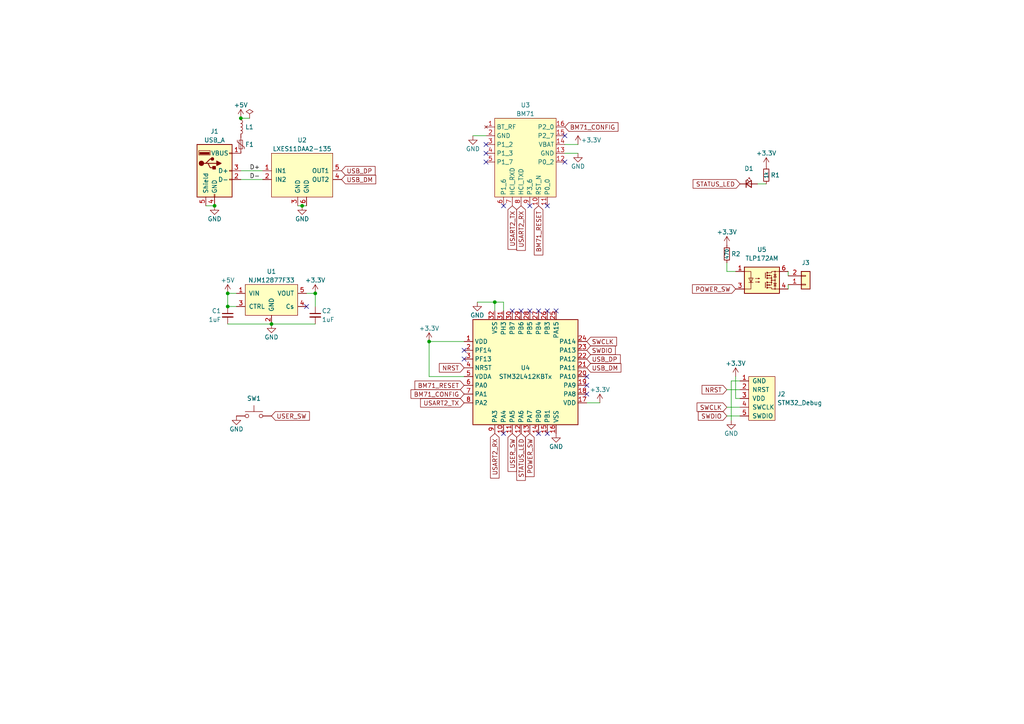
<source format=kicad_sch>
(kicad_sch (version 20211123) (generator eeschema)

  (uuid 6a86d3b1-ec75-4079-a605-beae95079f01)

  (paper "A4")

  (title_block
    (title "otaHID")
    (date "2022-12-10")
    (rev "2.0")
    (company "https://github.com/KimiakiK")
  )

  (lib_symbols
    (symbol "Connector:USB_A" (pin_names (offset 1.016)) (in_bom yes) (on_board yes)
      (property "Reference" "J" (id 0) (at -5.08 11.43 0)
        (effects (font (size 1.27 1.27)) (justify left))
      )
      (property "Value" "USB_A" (id 1) (at -5.08 8.89 0)
        (effects (font (size 1.27 1.27)) (justify left))
      )
      (property "Footprint" "" (id 2) (at 3.81 -1.27 0)
        (effects (font (size 1.27 1.27)) hide)
      )
      (property "Datasheet" " ~" (id 3) (at 3.81 -1.27 0)
        (effects (font (size 1.27 1.27)) hide)
      )
      (property "ki_keywords" "connector USB" (id 4) (at 0 0 0)
        (effects (font (size 1.27 1.27)) hide)
      )
      (property "ki_description" "USB Type A connector" (id 5) (at 0 0 0)
        (effects (font (size 1.27 1.27)) hide)
      )
      (property "ki_fp_filters" "USB*" (id 6) (at 0 0 0)
        (effects (font (size 1.27 1.27)) hide)
      )
      (symbol "USB_A_0_1"
        (rectangle (start -5.08 -7.62) (end 5.08 7.62)
          (stroke (width 0.254) (type default) (color 0 0 0 0))
          (fill (type background))
        )
        (circle (center -3.81 2.159) (radius 0.635)
          (stroke (width 0.254) (type default) (color 0 0 0 0))
          (fill (type outline))
        )
        (rectangle (start -1.524 4.826) (end -4.318 5.334)
          (stroke (width 0) (type default) (color 0 0 0 0))
          (fill (type outline))
        )
        (rectangle (start -1.27 4.572) (end -4.572 5.842)
          (stroke (width 0) (type default) (color 0 0 0 0))
          (fill (type none))
        )
        (circle (center -0.635 3.429) (radius 0.381)
          (stroke (width 0.254) (type default) (color 0 0 0 0))
          (fill (type outline))
        )
        (rectangle (start -0.127 -7.62) (end 0.127 -6.858)
          (stroke (width 0) (type default) (color 0 0 0 0))
          (fill (type none))
        )
        (polyline
          (pts
            (xy -3.175 2.159)
            (xy -2.54 2.159)
            (xy -1.27 3.429)
            (xy -0.635 3.429)
          )
          (stroke (width 0.254) (type default) (color 0 0 0 0))
          (fill (type none))
        )
        (polyline
          (pts
            (xy -2.54 2.159)
            (xy -1.905 2.159)
            (xy -1.27 0.889)
            (xy 0 0.889)
          )
          (stroke (width 0.254) (type default) (color 0 0 0 0))
          (fill (type none))
        )
        (polyline
          (pts
            (xy 0.635 2.794)
            (xy 0.635 1.524)
            (xy 1.905 2.159)
            (xy 0.635 2.794)
          )
          (stroke (width 0.254) (type default) (color 0 0 0 0))
          (fill (type outline))
        )
        (rectangle (start 0.254 1.27) (end -0.508 0.508)
          (stroke (width 0.254) (type default) (color 0 0 0 0))
          (fill (type outline))
        )
        (rectangle (start 5.08 -2.667) (end 4.318 -2.413)
          (stroke (width 0) (type default) (color 0 0 0 0))
          (fill (type none))
        )
        (rectangle (start 5.08 -0.127) (end 4.318 0.127)
          (stroke (width 0) (type default) (color 0 0 0 0))
          (fill (type none))
        )
        (rectangle (start 5.08 4.953) (end 4.318 5.207)
          (stroke (width 0) (type default) (color 0 0 0 0))
          (fill (type none))
        )
      )
      (symbol "USB_A_1_1"
        (polyline
          (pts
            (xy -1.905 2.159)
            (xy 0.635 2.159)
          )
          (stroke (width 0.254) (type default) (color 0 0 0 0))
          (fill (type none))
        )
        (pin power_in line (at 7.62 5.08 180) (length 2.54)
          (name "VBUS" (effects (font (size 1.27 1.27))))
          (number "1" (effects (font (size 1.27 1.27))))
        )
        (pin bidirectional line (at 7.62 -2.54 180) (length 2.54)
          (name "D-" (effects (font (size 1.27 1.27))))
          (number "2" (effects (font (size 1.27 1.27))))
        )
        (pin bidirectional line (at 7.62 0 180) (length 2.54)
          (name "D+" (effects (font (size 1.27 1.27))))
          (number "3" (effects (font (size 1.27 1.27))))
        )
        (pin power_in line (at 0 -10.16 90) (length 2.54)
          (name "GND" (effects (font (size 1.27 1.27))))
          (number "4" (effects (font (size 1.27 1.27))))
        )
        (pin passive line (at -2.54 -10.16 90) (length 2.54)
          (name "Shield" (effects (font (size 1.27 1.27))))
          (number "5" (effects (font (size 1.27 1.27))))
        )
      )
    )
    (symbol "Connector_Generic:Conn_01x02" (pin_names (offset 1.016) hide) (in_bom yes) (on_board yes)
      (property "Reference" "J" (id 0) (at 0 2.54 0)
        (effects (font (size 1.27 1.27)))
      )
      (property "Value" "Conn_01x02" (id 1) (at 0 -5.08 0)
        (effects (font (size 1.27 1.27)))
      )
      (property "Footprint" "" (id 2) (at 0 0 0)
        (effects (font (size 1.27 1.27)) hide)
      )
      (property "Datasheet" "~" (id 3) (at 0 0 0)
        (effects (font (size 1.27 1.27)) hide)
      )
      (property "ki_keywords" "connector" (id 4) (at 0 0 0)
        (effects (font (size 1.27 1.27)) hide)
      )
      (property "ki_description" "Generic connector, single row, 01x02, script generated (kicad-library-utils/schlib/autogen/connector/)" (id 5) (at 0 0 0)
        (effects (font (size 1.27 1.27)) hide)
      )
      (property "ki_fp_filters" "Connector*:*_1x??_*" (id 6) (at 0 0 0)
        (effects (font (size 1.27 1.27)) hide)
      )
      (symbol "Conn_01x02_1_1"
        (rectangle (start -1.27 -2.413) (end 0 -2.667)
          (stroke (width 0.1524) (type default) (color 0 0 0 0))
          (fill (type none))
        )
        (rectangle (start -1.27 0.127) (end 0 -0.127)
          (stroke (width 0.1524) (type default) (color 0 0 0 0))
          (fill (type none))
        )
        (rectangle (start -1.27 1.27) (end 1.27 -3.81)
          (stroke (width 0.254) (type default) (color 0 0 0 0))
          (fill (type background))
        )
        (pin passive line (at -5.08 0 0) (length 3.81)
          (name "Pin_1" (effects (font (size 1.27 1.27))))
          (number "1" (effects (font (size 1.27 1.27))))
        )
        (pin passive line (at -5.08 -2.54 0) (length 3.81)
          (name "Pin_2" (effects (font (size 1.27 1.27))))
          (number "2" (effects (font (size 1.27 1.27))))
        )
      )
    )
    (symbol "Device:C_Small" (pin_numbers hide) (pin_names (offset 0.254) hide) (in_bom yes) (on_board yes)
      (property "Reference" "C" (id 0) (at 0.254 1.778 0)
        (effects (font (size 1.27 1.27)) (justify left))
      )
      (property "Value" "C_Small" (id 1) (at 0.254 -2.032 0)
        (effects (font (size 1.27 1.27)) (justify left))
      )
      (property "Footprint" "" (id 2) (at 0 0 0)
        (effects (font (size 1.27 1.27)) hide)
      )
      (property "Datasheet" "~" (id 3) (at 0 0 0)
        (effects (font (size 1.27 1.27)) hide)
      )
      (property "ki_keywords" "capacitor cap" (id 4) (at 0 0 0)
        (effects (font (size 1.27 1.27)) hide)
      )
      (property "ki_description" "Unpolarized capacitor, small symbol" (id 5) (at 0 0 0)
        (effects (font (size 1.27 1.27)) hide)
      )
      (property "ki_fp_filters" "C_*" (id 6) (at 0 0 0)
        (effects (font (size 1.27 1.27)) hide)
      )
      (symbol "C_Small_0_1"
        (polyline
          (pts
            (xy -1.524 -0.508)
            (xy 1.524 -0.508)
          )
          (stroke (width 0.3302) (type default) (color 0 0 0 0))
          (fill (type none))
        )
        (polyline
          (pts
            (xy -1.524 0.508)
            (xy 1.524 0.508)
          )
          (stroke (width 0.3048) (type default) (color 0 0 0 0))
          (fill (type none))
        )
      )
      (symbol "C_Small_1_1"
        (pin passive line (at 0 2.54 270) (length 2.032)
          (name "~" (effects (font (size 1.27 1.27))))
          (number "1" (effects (font (size 1.27 1.27))))
        )
        (pin passive line (at 0 -2.54 90) (length 2.032)
          (name "~" (effects (font (size 1.27 1.27))))
          (number "2" (effects (font (size 1.27 1.27))))
        )
      )
    )
    (symbol "Device:LED_Small" (pin_numbers hide) (pin_names (offset 0.254) hide) (in_bom yes) (on_board yes)
      (property "Reference" "D" (id 0) (at -1.27 3.175 0)
        (effects (font (size 1.27 1.27)) (justify left))
      )
      (property "Value" "LED_Small" (id 1) (at -4.445 -2.54 0)
        (effects (font (size 1.27 1.27)) (justify left))
      )
      (property "Footprint" "" (id 2) (at 0 0 90)
        (effects (font (size 1.27 1.27)) hide)
      )
      (property "Datasheet" "~" (id 3) (at 0 0 90)
        (effects (font (size 1.27 1.27)) hide)
      )
      (property "ki_keywords" "LED diode light-emitting-diode" (id 4) (at 0 0 0)
        (effects (font (size 1.27 1.27)) hide)
      )
      (property "ki_description" "Light emitting diode, small symbol" (id 5) (at 0 0 0)
        (effects (font (size 1.27 1.27)) hide)
      )
      (property "ki_fp_filters" "LED* LED_SMD:* LED_THT:*" (id 6) (at 0 0 0)
        (effects (font (size 1.27 1.27)) hide)
      )
      (symbol "LED_Small_0_1"
        (polyline
          (pts
            (xy -0.762 -1.016)
            (xy -0.762 1.016)
          )
          (stroke (width 0.254) (type default) (color 0 0 0 0))
          (fill (type none))
        )
        (polyline
          (pts
            (xy 1.016 0)
            (xy -0.762 0)
          )
          (stroke (width 0) (type default) (color 0 0 0 0))
          (fill (type none))
        )
        (polyline
          (pts
            (xy 0.762 -1.016)
            (xy -0.762 0)
            (xy 0.762 1.016)
            (xy 0.762 -1.016)
          )
          (stroke (width 0.254) (type default) (color 0 0 0 0))
          (fill (type none))
        )
        (polyline
          (pts
            (xy 0 0.762)
            (xy -0.508 1.27)
            (xy -0.254 1.27)
            (xy -0.508 1.27)
            (xy -0.508 1.016)
          )
          (stroke (width 0) (type default) (color 0 0 0 0))
          (fill (type none))
        )
        (polyline
          (pts
            (xy 0.508 1.27)
            (xy 0 1.778)
            (xy 0.254 1.778)
            (xy 0 1.778)
            (xy 0 1.524)
          )
          (stroke (width 0) (type default) (color 0 0 0 0))
          (fill (type none))
        )
      )
      (symbol "LED_Small_1_1"
        (pin passive line (at -2.54 0 0) (length 1.778)
          (name "K" (effects (font (size 1.27 1.27))))
          (number "1" (effects (font (size 1.27 1.27))))
        )
        (pin passive line (at 2.54 0 180) (length 1.778)
          (name "A" (effects (font (size 1.27 1.27))))
          (number "2" (effects (font (size 1.27 1.27))))
        )
      )
    )
    (symbol "Device:L_Small" (pin_numbers hide) (pin_names (offset 0.254) hide) (in_bom yes) (on_board yes)
      (property "Reference" "L" (id 0) (at 0.762 1.016 0)
        (effects (font (size 1.27 1.27)) (justify left))
      )
      (property "Value" "L_Small" (id 1) (at 0.762 -1.016 0)
        (effects (font (size 1.27 1.27)) (justify left))
      )
      (property "Footprint" "" (id 2) (at 0 0 0)
        (effects (font (size 1.27 1.27)) hide)
      )
      (property "Datasheet" "~" (id 3) (at 0 0 0)
        (effects (font (size 1.27 1.27)) hide)
      )
      (property "ki_keywords" "inductor choke coil reactor magnetic" (id 4) (at 0 0 0)
        (effects (font (size 1.27 1.27)) hide)
      )
      (property "ki_description" "Inductor, small symbol" (id 5) (at 0 0 0)
        (effects (font (size 1.27 1.27)) hide)
      )
      (property "ki_fp_filters" "Choke_* *Coil* Inductor_* L_*" (id 6) (at 0 0 0)
        (effects (font (size 1.27 1.27)) hide)
      )
      (symbol "L_Small_0_1"
        (arc (start 0 -2.032) (mid 0.508 -1.524) (end 0 -1.016)
          (stroke (width 0) (type default) (color 0 0 0 0))
          (fill (type none))
        )
        (arc (start 0 -1.016) (mid 0.508 -0.508) (end 0 0)
          (stroke (width 0) (type default) (color 0 0 0 0))
          (fill (type none))
        )
        (arc (start 0 0) (mid 0.508 0.508) (end 0 1.016)
          (stroke (width 0) (type default) (color 0 0 0 0))
          (fill (type none))
        )
        (arc (start 0 1.016) (mid 0.508 1.524) (end 0 2.032)
          (stroke (width 0) (type default) (color 0 0 0 0))
          (fill (type none))
        )
      )
      (symbol "L_Small_1_1"
        (pin passive line (at 0 2.54 270) (length 0.508)
          (name "~" (effects (font (size 1.27 1.27))))
          (number "1" (effects (font (size 1.27 1.27))))
        )
        (pin passive line (at 0 -2.54 90) (length 0.508)
          (name "~" (effects (font (size 1.27 1.27))))
          (number "2" (effects (font (size 1.27 1.27))))
        )
      )
    )
    (symbol "Device:Polyfuse_Small" (pin_numbers hide) (pin_names (offset 0)) (in_bom yes) (on_board yes)
      (property "Reference" "F" (id 0) (at -1.905 0 90)
        (effects (font (size 1.27 1.27)))
      )
      (property "Value" "Polyfuse_Small" (id 1) (at 1.905 0 90)
        (effects (font (size 1.27 1.27)))
      )
      (property "Footprint" "" (id 2) (at 1.27 -5.08 0)
        (effects (font (size 1.27 1.27)) (justify left) hide)
      )
      (property "Datasheet" "~" (id 3) (at 0 0 0)
        (effects (font (size 1.27 1.27)) hide)
      )
      (property "ki_keywords" "resettable fuse PTC PPTC polyfuse polyswitch" (id 4) (at 0 0 0)
        (effects (font (size 1.27 1.27)) hide)
      )
      (property "ki_description" "Resettable fuse, polymeric positive temperature coefficient, small symbol" (id 5) (at 0 0 0)
        (effects (font (size 1.27 1.27)) hide)
      )
      (property "ki_fp_filters" "*polyfuse* *PTC*" (id 6) (at 0 0 0)
        (effects (font (size 1.27 1.27)) hide)
      )
      (symbol "Polyfuse_Small_0_1"
        (rectangle (start -0.508 1.27) (end 0.508 -1.27)
          (stroke (width 0) (type default) (color 0 0 0 0))
          (fill (type none))
        )
        (polyline
          (pts
            (xy 0 2.54)
            (xy 0 -2.54)
          )
          (stroke (width 0) (type default) (color 0 0 0 0))
          (fill (type none))
        )
        (polyline
          (pts
            (xy -1.016 1.27)
            (xy -1.016 0.762)
            (xy 1.016 -0.762)
            (xy 1.016 -1.27)
          )
          (stroke (width 0) (type default) (color 0 0 0 0))
          (fill (type none))
        )
      )
      (symbol "Polyfuse_Small_1_1"
        (pin passive line (at 0 2.54 270) (length 0.635)
          (name "~" (effects (font (size 1.27 1.27))))
          (number "1" (effects (font (size 1.27 1.27))))
        )
        (pin passive line (at 0 -2.54 90) (length 0.635)
          (name "~" (effects (font (size 1.27 1.27))))
          (number "2" (effects (font (size 1.27 1.27))))
        )
      )
    )
    (symbol "Device:R_Small" (pin_numbers hide) (pin_names (offset 0.254) hide) (in_bom yes) (on_board yes)
      (property "Reference" "R" (id 0) (at 0.762 0.508 0)
        (effects (font (size 1.27 1.27)) (justify left))
      )
      (property "Value" "R_Small" (id 1) (at 0.762 -1.016 0)
        (effects (font (size 1.27 1.27)) (justify left))
      )
      (property "Footprint" "" (id 2) (at 0 0 0)
        (effects (font (size 1.27 1.27)) hide)
      )
      (property "Datasheet" "~" (id 3) (at 0 0 0)
        (effects (font (size 1.27 1.27)) hide)
      )
      (property "ki_keywords" "R resistor" (id 4) (at 0 0 0)
        (effects (font (size 1.27 1.27)) hide)
      )
      (property "ki_description" "Resistor, small symbol" (id 5) (at 0 0 0)
        (effects (font (size 1.27 1.27)) hide)
      )
      (property "ki_fp_filters" "R_*" (id 6) (at 0 0 0)
        (effects (font (size 1.27 1.27)) hide)
      )
      (symbol "R_Small_0_1"
        (rectangle (start -0.762 1.778) (end 0.762 -1.778)
          (stroke (width 0.2032) (type default) (color 0 0 0 0))
          (fill (type none))
        )
      )
      (symbol "R_Small_1_1"
        (pin passive line (at 0 2.54 270) (length 0.762)
          (name "~" (effects (font (size 1.27 1.27))))
          (number "1" (effects (font (size 1.27 1.27))))
        )
        (pin passive line (at 0 -2.54 90) (length 0.762)
          (name "~" (effects (font (size 1.27 1.27))))
          (number "2" (effects (font (size 1.27 1.27))))
        )
      )
    )
    (symbol "Switch:SW_Push" (pin_numbers hide) (pin_names (offset 1.016) hide) (in_bom yes) (on_board yes)
      (property "Reference" "SW" (id 0) (at 1.27 2.54 0)
        (effects (font (size 1.27 1.27)) (justify left))
      )
      (property "Value" "SW_Push" (id 1) (at 0 -1.524 0)
        (effects (font (size 1.27 1.27)))
      )
      (property "Footprint" "" (id 2) (at 0 5.08 0)
        (effects (font (size 1.27 1.27)) hide)
      )
      (property "Datasheet" "~" (id 3) (at 0 5.08 0)
        (effects (font (size 1.27 1.27)) hide)
      )
      (property "ki_keywords" "switch normally-open pushbutton push-button" (id 4) (at 0 0 0)
        (effects (font (size 1.27 1.27)) hide)
      )
      (property "ki_description" "Push button switch, generic, two pins" (id 5) (at 0 0 0)
        (effects (font (size 1.27 1.27)) hide)
      )
      (symbol "SW_Push_0_1"
        (circle (center -2.032 0) (radius 0.508)
          (stroke (width 0) (type default) (color 0 0 0 0))
          (fill (type none))
        )
        (polyline
          (pts
            (xy 0 1.27)
            (xy 0 3.048)
          )
          (stroke (width 0) (type default) (color 0 0 0 0))
          (fill (type none))
        )
        (polyline
          (pts
            (xy 2.54 1.27)
            (xy -2.54 1.27)
          )
          (stroke (width 0) (type default) (color 0 0 0 0))
          (fill (type none))
        )
        (circle (center 2.032 0) (radius 0.508)
          (stroke (width 0) (type default) (color 0 0 0 0))
          (fill (type none))
        )
        (pin passive line (at -5.08 0 0) (length 2.54)
          (name "1" (effects (font (size 1.27 1.27))))
          (number "1" (effects (font (size 1.27 1.27))))
        )
        (pin passive line (at 5.08 0 180) (length 2.54)
          (name "2" (effects (font (size 1.27 1.27))))
          (number "2" (effects (font (size 1.27 1.27))))
        )
      )
    )
    (symbol "otaHID:BM71" (in_bom yes) (on_board yes)
      (property "Reference" "U" (id 0) (at 0 11.43 0)
        (effects (font (size 1.27 1.27)))
      )
      (property "Value" "BM71" (id 1) (at 0 8.89 0)
        (effects (font (size 1.27 1.27)))
      )
      (property "Footprint" "" (id 2) (at 0 1.27 0)
        (effects (font (size 1.27 1.27)) hide)
      )
      (property "Datasheet" "" (id 3) (at 0 1.27 0)
        (effects (font (size 1.27 1.27)) hide)
      )
      (property "ki_keywords" "BM71BLES1FC2 BLE" (id 4) (at 0 0 0)
        (effects (font (size 1.27 1.27)) hide)
      )
      (property "ki_description" "BM71BLES1FC2" (id 5) (at 0 0 0)
        (effects (font (size 1.27 1.27)) hide)
      )
      (symbol "BM71_0_0"
        (pin no_connect line (at -11.43 5.08 0) (length 2.54)
          (name "BT_RF" (effects (font (size 1.27 1.27))))
          (number "1" (effects (font (size 1.27 1.27))))
        )
        (pin passive line (at 3.81 -17.78 90) (length 2.54)
          (name "RST_N" (effects (font (size 1.27 1.27))))
          (number "10" (effects (font (size 1.27 1.27))))
        )
        (pin passive line (at 6.35 -17.78 90) (length 2.54)
          (name "P0_0" (effects (font (size 1.27 1.27))))
          (number "11" (effects (font (size 1.27 1.27))))
        )
        (pin passive line (at 11.43 -5.08 180) (length 2.54)
          (name "P0_2" (effects (font (size 1.27 1.27))))
          (number "12" (effects (font (size 1.27 1.27))))
        )
        (pin power_in line (at 11.43 -2.54 180) (length 2.54)
          (name "GND" (effects (font (size 1.27 1.27))))
          (number "13" (effects (font (size 1.27 1.27))))
        )
        (pin power_in line (at 11.43 0 180) (length 2.54)
          (name "VBAT" (effects (font (size 1.27 1.27))))
          (number "14" (effects (font (size 1.27 1.27))))
        )
        (pin passive line (at 11.43 2.54 180) (length 2.54)
          (name "P2_7" (effects (font (size 1.27 1.27))))
          (number "15" (effects (font (size 1.27 1.27))))
        )
        (pin passive line (at 11.43 5.08 180) (length 2.54)
          (name "P2_0" (effects (font (size 1.27 1.27))))
          (number "16" (effects (font (size 1.27 1.27))))
        )
        (pin power_in line (at -11.43 2.54 0) (length 2.54)
          (name "GND" (effects (font (size 1.27 1.27))))
          (number "2" (effects (font (size 1.27 1.27))))
        )
        (pin passive line (at -11.43 0 0) (length 2.54)
          (name "P1_2" (effects (font (size 1.27 1.27))))
          (number "3" (effects (font (size 1.27 1.27))))
        )
        (pin passive line (at -11.43 -2.54 0) (length 2.54)
          (name "P1_3" (effects (font (size 1.27 1.27))))
          (number "4" (effects (font (size 1.27 1.27))))
        )
        (pin passive line (at -11.43 -5.08 0) (length 2.54)
          (name "P1_7" (effects (font (size 1.27 1.27))))
          (number "5" (effects (font (size 1.27 1.27))))
        )
        (pin passive line (at -6.35 -17.78 90) (length 2.54)
          (name "P1_6" (effects (font (size 1.27 1.27))))
          (number "6" (effects (font (size 1.27 1.27))))
        )
        (pin passive line (at -3.81 -17.78 90) (length 2.54)
          (name "HCI_RXD" (effects (font (size 1.27 1.27))))
          (number "7" (effects (font (size 1.27 1.27))))
        )
        (pin passive line (at -1.27 -17.78 90) (length 2.54)
          (name "HCI_TXD" (effects (font (size 1.27 1.27))))
          (number "8" (effects (font (size 1.27 1.27))))
        )
        (pin passive line (at 1.27 -17.78 90) (length 2.54)
          (name "P3_6" (effects (font (size 1.27 1.27))))
          (number "9" (effects (font (size 1.27 1.27))))
        )
      )
      (symbol "BM71_0_1"
        (rectangle (start -8.89 7.62) (end 8.89 -15.24)
          (stroke (width 0) (type default) (color 0 0 0 0))
          (fill (type background))
        )
      )
    )
    (symbol "otaHID:LXES11DAA2-135" (pin_names (offset 1.016)) (in_bom yes) (on_board yes)
      (property "Reference" "U" (id 0) (at 0 0 0)
        (effects (font (size 1.27 1.27)))
      )
      (property "Value" "LXES11DAA2-135" (id 1) (at 0 7.62 0)
        (effects (font (size 1.27 1.27)))
      )
      (property "Footprint" "" (id 2) (at 0 0 0)
        (effects (font (size 1.27 1.27)) hide)
      )
      (property "Datasheet" "" (id 3) (at 0 0 0)
        (effects (font (size 1.27 1.27)) hide)
      )
      (property "ki_description" "Common mode ESD filter LXES**D series" (id 4) (at 0 0 0)
        (effects (font (size 1.27 1.27)) hide)
      )
      (symbol "LXES11DAA2-135_0_0"
        (pin passive line (at -11.43 1.27 0) (length 2.54)
          (name "IN1" (effects (font (size 1.27 1.27))))
          (number "1" (effects (font (size 1.27 1.27))))
        )
        (pin passive line (at -11.43 -1.27 0) (length 2.54)
          (name "IN2" (effects (font (size 1.27 1.27))))
          (number "2" (effects (font (size 1.27 1.27))))
        )
        (pin power_in line (at -1.27 -8.89 90) (length 2.54)
          (name "GND" (effects (font (size 1.27 1.27))))
          (number "3" (effects (font (size 1.27 1.27))))
        )
        (pin passive line (at 11.43 -1.27 180) (length 2.54)
          (name "OUT2" (effects (font (size 1.27 1.27))))
          (number "4" (effects (font (size 1.27 1.27))))
        )
        (pin passive line (at 11.43 1.27 180) (length 2.54)
          (name "OUT1" (effects (font (size 1.27 1.27))))
          (number "5" (effects (font (size 1.27 1.27))))
        )
        (pin power_in line (at 1.27 -8.89 90) (length 2.54)
          (name "GND" (effects (font (size 1.27 1.27))))
          (number "6" (effects (font (size 1.27 1.27))))
        )
      )
      (symbol "LXES11DAA2-135_0_1"
        (rectangle (start -8.89 6.35) (end 8.89 -6.35)
          (stroke (width 0) (type default) (color 0 0 0 0))
          (fill (type background))
        )
      )
    )
    (symbol "otaHID:NJM12877F33" (pin_names (offset 1.016)) (in_bom yes) (on_board yes)
      (property "Reference" "U" (id 0) (at 0 8.89 0)
        (effects (font (size 1.27 1.27)))
      )
      (property "Value" "NJM12877F33" (id 1) (at 0 6.35 0)
        (effects (font (size 1.27 1.27)))
      )
      (property "Footprint" "" (id 2) (at 0 0 0)
        (effects (font (size 1.27 1.27)) hide)
      )
      (property "Datasheet" "" (id 3) (at 0 0 0)
        (effects (font (size 1.27 1.27)) hide)
      )
      (property "ki_description" "3.3V SOT-23-5" (id 4) (at 0 0 0)
        (effects (font (size 1.27 1.27)) hide)
      )
      (symbol "NJM12877F33_0_0"
        (pin power_in line (at -10.16 2.54 0) (length 2.54)
          (name "VIN" (effects (font (size 1.27 1.27))))
          (number "1" (effects (font (size 1.27 1.27))))
        )
        (pin power_in line (at 0 -6.35 90) (length 2.54)
          (name "GND" (effects (font (size 1.27 1.27))))
          (number "2" (effects (font (size 1.27 1.27))))
        )
        (pin passive line (at -10.16 -1.27 0) (length 2.54)
          (name "CTRL" (effects (font (size 1.27 1.27))))
          (number "3" (effects (font (size 1.27 1.27))))
        )
        (pin passive line (at 10.16 -1.27 180) (length 2.54)
          (name "Cs" (effects (font (size 1.27 1.27))))
          (number "4" (effects (font (size 1.27 1.27))))
        )
        (pin power_out line (at 10.16 2.54 180) (length 2.54)
          (name "VOUT" (effects (font (size 1.27 1.27))))
          (number "5" (effects (font (size 1.27 1.27))))
        )
      )
      (symbol "NJM12877F33_0_1"
        (rectangle (start -7.62 5.08) (end 7.62 -3.81)
          (stroke (width 0) (type default) (color 0 0 0 0))
          (fill (type background))
        )
      )
    )
    (symbol "otaHID:STM32L412KBTx" (in_bom yes) (on_board yes)
      (property "Reference" "U" (id 0) (at 0 1.27 0)
        (effects (font (size 1.27 1.27)))
      )
      (property "Value" "STM32L412KBTx" (id 1) (at 0 -1.27 0)
        (effects (font (size 1.27 1.27)))
      )
      (property "Footprint" "" (id 2) (at 0 -22.86 0)
        (effects (font (size 1.27 1.27)) hide)
      )
      (property "Datasheet" "" (id 3) (at 0 0 0)
        (effects (font (size 1.27 1.27)) hide)
      )
      (property "ki_keywords" "ARM Cortex-M4 STM32L4 STM32L412" (id 4) (at 0 0 0)
        (effects (font (size 1.27 1.27)) hide)
      )
      (property "ki_description" "ARM Cortex-M4 MCU, 128KB flash, 40KB RAM, 80MHz, LQFP-32" (id 5) (at 0 0 0)
        (effects (font (size 1.27 1.27)) hide)
      )
      (property "ki_fp_filters" "LQFP*7x7mm*P0.8mm*" (id 6) (at 0 0 0)
        (effects (font (size 1.27 1.27)) hide)
      )
      (symbol "STM32L412KBTx_0_1"
        (rectangle (start -15.24 -15.24) (end 15.24 15.24)
          (stroke (width 0.254) (type default) (color 0 0 0 0))
          (fill (type background))
        )
      )
      (symbol "STM32L412KBTx_1_1"
        (pin power_in line (at -17.78 8.89 0) (length 2.54)
          (name "VDD" (effects (font (size 1.27 1.27))))
          (number "1" (effects (font (size 1.27 1.27))))
        )
        (pin passive line (at -6.35 -17.78 90) (length 2.54)
          (name "PA4" (effects (font (size 1.27 1.27))))
          (number "10" (effects (font (size 1.27 1.27))))
        )
        (pin passive line (at -3.81 -17.78 90) (length 2.54)
          (name "PA5" (effects (font (size 1.27 1.27))))
          (number "11" (effects (font (size 1.27 1.27))))
        )
        (pin passive line (at -1.27 -17.78 90) (length 2.54)
          (name "PA6" (effects (font (size 1.27 1.27))))
          (number "12" (effects (font (size 1.27 1.27))))
        )
        (pin passive line (at 1.27 -17.78 90) (length 2.54)
          (name "PA7" (effects (font (size 1.27 1.27))))
          (number "13" (effects (font (size 1.27 1.27))))
        )
        (pin passive line (at 3.81 -17.78 90) (length 2.54)
          (name "PB0" (effects (font (size 1.27 1.27))))
          (number "14" (effects (font (size 1.27 1.27))))
        )
        (pin passive line (at 6.35 -17.78 90) (length 2.54)
          (name "PB1" (effects (font (size 1.27 1.27))))
          (number "15" (effects (font (size 1.27 1.27))))
        )
        (pin power_in line (at 8.89 -17.78 90) (length 2.54)
          (name "VSS" (effects (font (size 1.27 1.27))))
          (number "16" (effects (font (size 1.27 1.27))))
        )
        (pin power_in line (at 17.78 -8.89 180) (length 2.54)
          (name "VDD" (effects (font (size 1.27 1.27))))
          (number "17" (effects (font (size 1.27 1.27))))
        )
        (pin passive line (at 17.78 -6.35 180) (length 2.54)
          (name "PA8" (effects (font (size 1.27 1.27))))
          (number "18" (effects (font (size 1.27 1.27))))
        )
        (pin passive line (at 17.78 -3.81 180) (length 2.54)
          (name "PA9" (effects (font (size 1.27 1.27))))
          (number "19" (effects (font (size 1.27 1.27))))
        )
        (pin passive line (at -17.78 6.35 0) (length 2.54)
          (name "PF14" (effects (font (size 1.27 1.27))))
          (number "2" (effects (font (size 1.27 1.27))))
        )
        (pin passive line (at 17.78 -1.27 180) (length 2.54)
          (name "PA10" (effects (font (size 1.27 1.27))))
          (number "20" (effects (font (size 1.27 1.27))))
        )
        (pin passive line (at 17.78 1.27 180) (length 2.54)
          (name "PA11" (effects (font (size 1.27 1.27))))
          (number "21" (effects (font (size 1.27 1.27))))
        )
        (pin passive line (at 17.78 3.81 180) (length 2.54)
          (name "PA12" (effects (font (size 1.27 1.27))))
          (number "22" (effects (font (size 1.27 1.27))))
        )
        (pin passive line (at 17.78 6.35 180) (length 2.54)
          (name "PA13" (effects (font (size 1.27 1.27))))
          (number "23" (effects (font (size 1.27 1.27))))
        )
        (pin passive line (at 17.78 8.89 180) (length 2.54)
          (name "PA14" (effects (font (size 1.27 1.27))))
          (number "24" (effects (font (size 1.27 1.27))))
        )
        (pin passive line (at 8.89 17.78 270) (length 2.54)
          (name "PA15" (effects (font (size 1.27 1.27))))
          (number "25" (effects (font (size 1.27 1.27))))
        )
        (pin passive line (at 6.35 17.78 270) (length 2.54)
          (name "PB3" (effects (font (size 1.27 1.27))))
          (number "26" (effects (font (size 1.27 1.27))))
        )
        (pin passive line (at 3.81 17.78 270) (length 2.54)
          (name "PB4" (effects (font (size 1.27 1.27))))
          (number "27" (effects (font (size 1.27 1.27))))
        )
        (pin passive line (at 1.27 17.78 270) (length 2.54)
          (name "PB5" (effects (font (size 1.27 1.27))))
          (number "28" (effects (font (size 1.27 1.27))))
        )
        (pin passive line (at -1.27 17.78 270) (length 2.54)
          (name "PB6" (effects (font (size 1.27 1.27))))
          (number "29" (effects (font (size 1.27 1.27))))
        )
        (pin passive line (at -17.78 3.81 0) (length 2.54)
          (name "PF13" (effects (font (size 1.27 1.27))))
          (number "3" (effects (font (size 1.27 1.27))))
        )
        (pin passive line (at -3.81 17.78 270) (length 2.54)
          (name "PB7" (effects (font (size 1.27 1.27))))
          (number "30" (effects (font (size 1.27 1.27))))
        )
        (pin passive line (at -6.35 17.78 270) (length 2.54)
          (name "PH3" (effects (font (size 1.27 1.27))))
          (number "31" (effects (font (size 1.27 1.27))))
        )
        (pin power_in line (at -8.89 17.78 270) (length 2.54)
          (name "VSS" (effects (font (size 1.27 1.27))))
          (number "32" (effects (font (size 1.27 1.27))))
        )
        (pin passive line (at -17.78 1.27 0) (length 2.54)
          (name "NRST" (effects (font (size 1.27 1.27))))
          (number "4" (effects (font (size 1.27 1.27))))
        )
        (pin power_in line (at -17.78 -1.27 0) (length 2.54)
          (name "VDDA" (effects (font (size 1.27 1.27))))
          (number "5" (effects (font (size 1.27 1.27))))
        )
        (pin passive line (at -17.78 -3.81 0) (length 2.54)
          (name "PA0" (effects (font (size 1.27 1.27))))
          (number "6" (effects (font (size 1.27 1.27))))
        )
        (pin passive line (at -17.78 -6.35 0) (length 2.54)
          (name "PA1" (effects (font (size 1.27 1.27))))
          (number "7" (effects (font (size 1.27 1.27))))
        )
        (pin passive line (at -17.78 -8.89 0) (length 2.54)
          (name "PA2" (effects (font (size 1.27 1.27))))
          (number "8" (effects (font (size 1.27 1.27))))
        )
        (pin passive line (at -8.89 -17.78 90) (length 2.54)
          (name "PA3" (effects (font (size 1.27 1.27))))
          (number "9" (effects (font (size 1.27 1.27))))
        )
      )
    )
    (symbol "otaHID:STM32_Debug_5pin" (pin_names (offset 1.016)) (in_bom yes) (on_board yes)
      (property "Reference" "J" (id 0) (at 0 11.43 0)
        (effects (font (size 1.27 1.27)))
      )
      (property "Value" "STM32_Debug_5pin" (id 1) (at 0 8.89 0)
        (effects (font (size 1.27 1.27)))
      )
      (property "Footprint" "" (id 2) (at 0 16.51 0)
        (effects (font (size 1.27 1.27)) hide)
      )
      (property "Datasheet" "" (id 3) (at -1.27 12.7 0)
        (effects (font (size 1.27 1.27)) hide)
      )
      (symbol "STM32_Debug_5pin_0_1"
        (rectangle (start -3.81 6.35) (end 3.81 -6.35)
          (stroke (width 0) (type default) (color 0 0 0 0))
          (fill (type background))
        )
      )
      (symbol "STM32_Debug_5pin_1_1"
        (pin power_in line (at -6.35 5.08 0) (length 2.54)
          (name "GND" (effects (font (size 1.27 1.27))))
          (number "1" (effects (font (size 1.27 1.27))))
        )
        (pin passive line (at -6.35 2.54 0) (length 2.54)
          (name "NRST" (effects (font (size 1.27 1.27))))
          (number "2" (effects (font (size 1.27 1.27))))
        )
        (pin power_in line (at -6.35 0 0) (length 2.54)
          (name "VDD" (effects (font (size 1.27 1.27))))
          (number "3" (effects (font (size 1.27 1.27))))
        )
        (pin passive line (at -6.35 -2.54 0) (length 2.54)
          (name "SWCLK" (effects (font (size 1.27 1.27))))
          (number "4" (effects (font (size 1.27 1.27))))
        )
        (pin passive line (at -6.35 -5.08 0) (length 2.54)
          (name "SWDIO" (effects (font (size 1.27 1.27))))
          (number "5" (effects (font (size 1.27 1.27))))
        )
      )
    )
    (symbol "otaHID:TLP172AM" (in_bom yes) (on_board yes)
      (property "Reference" "U" (id 0) (at -5.08 4.953 0)
        (effects (font (size 1.27 1.27)) (justify left))
      )
      (property "Value" "TLP172AM" (id 1) (at -5.08 -5.08 0)
        (effects (font (size 1.27 1.27)) (justify left))
      )
      (property "Footprint" "" (id 2) (at 0 -7.62 0)
        (effects (font (size 1.27 1.27) italic) hide)
      )
      (property "Datasheet" "" (id 3) (at 0 0 0)
        (effects (font (size 1.27 1.27)) (justify left) hide)
      )
      (property "ki_keywords" "MOSFET Photorelay" (id 4) (at 0 0 0)
        (effects (font (size 1.27 1.27)) hide)
      )
      (property "ki_description" "MOSFET Photorelay, 60V, 0.5A" (id 5) (at 0 0 0)
        (effects (font (size 1.27 1.27)) hide)
      )
      (property "ki_fp_filters" "MFSOP6*4.4x3.6mm*P1.27mm*" (id 6) (at 0 0 0)
        (effects (font (size 1.27 1.27)) hide)
      )
      (symbol "TLP172AM_0_1"
        (rectangle (start -5.08 3.81) (end 5.08 -3.81)
          (stroke (width 0.254) (type default) (color 0 0 0 0))
          (fill (type background))
        )
        (polyline
          (pts
            (xy -3.81 -0.635)
            (xy -2.54 -0.635)
          )
          (stroke (width 0) (type default) (color 0 0 0 0))
          (fill (type none))
        )
        (polyline
          (pts
            (xy 1.016 -0.635)
            (xy 1.016 -2.159)
          )
          (stroke (width 0.2032) (type default) (color 0 0 0 0))
          (fill (type none))
        )
        (polyline
          (pts
            (xy 1.016 2.159)
            (xy 1.016 0.635)
          )
          (stroke (width 0.2032) (type default) (color 0 0 0 0))
          (fill (type none))
        )
        (polyline
          (pts
            (xy 1.524 -0.508)
            (xy 1.524 -0.762)
          )
          (stroke (width 0.3556) (type default) (color 0 0 0 0))
          (fill (type none))
        )
        (polyline
          (pts
            (xy 2.794 0)
            (xy 3.81 0)
          )
          (stroke (width 0) (type default) (color 0 0 0 0))
          (fill (type none))
        )
        (polyline
          (pts
            (xy 3.429 -1.651)
            (xy 4.191 -1.651)
          )
          (stroke (width 0) (type default) (color 0 0 0 0))
          (fill (type none))
        )
        (polyline
          (pts
            (xy 3.429 1.651)
            (xy 4.191 1.651)
          )
          (stroke (width 0) (type default) (color 0 0 0 0))
          (fill (type none))
        )
        (polyline
          (pts
            (xy 3.81 -2.54)
            (xy 3.81 2.54)
          )
          (stroke (width 0) (type default) (color 0 0 0 0))
          (fill (type none))
        )
        (polyline
          (pts
            (xy 1.524 -2.032)
            (xy 1.524 -2.286)
            (xy 1.524 -2.286)
          )
          (stroke (width 0.3556) (type default) (color 0 0 0 0))
          (fill (type none))
        )
        (polyline
          (pts
            (xy 1.524 -1.27)
            (xy 1.524 -1.524)
            (xy 1.524 -1.524)
          )
          (stroke (width 0.3556) (type default) (color 0 0 0 0))
          (fill (type none))
        )
        (polyline
          (pts
            (xy 1.524 0.762)
            (xy 1.524 0.508)
            (xy 1.524 0.508)
          )
          (stroke (width 0.3556) (type default) (color 0 0 0 0))
          (fill (type none))
        )
        (polyline
          (pts
            (xy 1.524 1.524)
            (xy 1.524 1.27)
            (xy 1.524 1.27)
          )
          (stroke (width 0.3556) (type default) (color 0 0 0 0))
          (fill (type none))
        )
        (polyline
          (pts
            (xy 1.524 2.286)
            (xy 1.524 2.032)
            (xy 1.524 2.032)
          )
          (stroke (width 0.3556) (type default) (color 0 0 0 0))
          (fill (type none))
        )
        (polyline
          (pts
            (xy 1.651 -1.397)
            (xy 2.794 -1.397)
            (xy 2.794 -0.635)
          )
          (stroke (width 0) (type default) (color 0 0 0 0))
          (fill (type none))
        )
        (polyline
          (pts
            (xy 1.651 1.397)
            (xy 2.794 1.397)
            (xy 2.794 0.635)
          )
          (stroke (width 0) (type default) (color 0 0 0 0))
          (fill (type none))
        )
        (polyline
          (pts
            (xy -5.08 2.54)
            (xy -3.175 2.54)
            (xy -3.175 -2.54)
            (xy -5.08 -2.54)
          )
          (stroke (width 0) (type default) (color 0 0 0 0))
          (fill (type none))
        )
        (polyline
          (pts
            (xy -3.175 -0.635)
            (xy -3.81 0.635)
            (xy -2.54 0.635)
            (xy -3.175 -0.635)
          )
          (stroke (width 0) (type default) (color 0 0 0 0))
          (fill (type none))
        )
        (polyline
          (pts
            (xy 1.651 -2.159)
            (xy 2.794 -2.159)
            (xy 2.794 -2.54)
            (xy 5.08 -2.54)
          )
          (stroke (width 0) (type default) (color 0 0 0 0))
          (fill (type none))
        )
        (polyline
          (pts
            (xy 1.651 -0.635)
            (xy 2.794 -0.635)
            (xy 2.794 0.635)
            (xy 1.651 0.635)
          )
          (stroke (width 0) (type default) (color 0 0 0 0))
          (fill (type none))
        )
        (polyline
          (pts
            (xy 1.651 2.159)
            (xy 2.794 2.159)
            (xy 2.794 2.54)
            (xy 5.08 2.54)
          )
          (stroke (width 0) (type default) (color 0 0 0 0))
          (fill (type none))
        )
        (polyline
          (pts
            (xy 1.778 -1.397)
            (xy 2.286 -1.27)
            (xy 2.286 -1.524)
            (xy 1.778 -1.397)
          )
          (stroke (width 0) (type default) (color 0 0 0 0))
          (fill (type none))
        )
        (polyline
          (pts
            (xy 1.778 1.397)
            (xy 2.286 1.524)
            (xy 2.286 1.27)
            (xy 1.778 1.397)
          )
          (stroke (width 0) (type default) (color 0 0 0 0))
          (fill (type none))
        )
        (polyline
          (pts
            (xy 3.81 -1.651)
            (xy 3.429 -0.889)
            (xy 4.191 -0.889)
            (xy 3.81 -1.651)
          )
          (stroke (width 0) (type default) (color 0 0 0 0))
          (fill (type none))
        )
        (polyline
          (pts
            (xy 3.81 1.651)
            (xy 3.429 0.889)
            (xy 4.191 0.889)
            (xy 3.81 1.651)
          )
          (stroke (width 0) (type default) (color 0 0 0 0))
          (fill (type none))
        )
        (polyline
          (pts
            (xy -1.905 -0.508)
            (xy -0.635 -0.508)
            (xy -1.016 -0.635)
            (xy -1.016 -0.381)
            (xy -0.635 -0.508)
          )
          (stroke (width 0) (type default) (color 0 0 0 0))
          (fill (type none))
        )
        (polyline
          (pts
            (xy -1.905 0.508)
            (xy -0.635 0.508)
            (xy -1.016 0.381)
            (xy -1.016 0.635)
            (xy -0.635 0.508)
          )
          (stroke (width 0) (type default) (color 0 0 0 0))
          (fill (type none))
        )
        (circle (center 2.794 -0.635) (radius 0.127)
          (stroke (width 0) (type default) (color 0 0 0 0))
          (fill (type none))
        )
        (circle (center 2.794 0) (radius 0.127)
          (stroke (width 0) (type default) (color 0 0 0 0))
          (fill (type none))
        )
        (circle (center 2.794 0.635) (radius 0.127)
          (stroke (width 0) (type default) (color 0 0 0 0))
          (fill (type none))
        )
        (circle (center 3.81 -2.54) (radius 0.127)
          (stroke (width 0) (type default) (color 0 0 0 0))
          (fill (type none))
        )
        (circle (center 3.81 0) (radius 0.127)
          (stroke (width 0) (type default) (color 0 0 0 0))
          (fill (type none))
        )
        (circle (center 3.81 2.54) (radius 0.127)
          (stroke (width 0) (type default) (color 0 0 0 0))
          (fill (type none))
        )
      )
      (symbol "TLP172AM_1_1"
        (pin passive line (at -7.62 2.54 0) (length 2.54)
          (name "~" (effects (font (size 1.27 1.27))))
          (number "1" (effects (font (size 1.27 1.27))))
        )
        (pin passive line (at -7.62 -2.54 0) (length 2.54)
          (name "~" (effects (font (size 1.27 1.27))))
          (number "3" (effects (font (size 1.27 1.27))))
        )
        (pin passive line (at 7.62 -2.54 180) (length 2.54)
          (name "~" (effects (font (size 1.27 1.27))))
          (number "4" (effects (font (size 1.27 1.27))))
        )
        (pin passive line (at 7.62 2.54 180) (length 2.54)
          (name "~" (effects (font (size 1.27 1.27))))
          (number "6" (effects (font (size 1.27 1.27))))
        )
      )
    )
    (symbol "power:+3.3V" (power) (pin_names (offset 0)) (in_bom yes) (on_board yes)
      (property "Reference" "#PWR" (id 0) (at 0 -3.81 0)
        (effects (font (size 1.27 1.27)) hide)
      )
      (property "Value" "+3.3V" (id 1) (at 0 3.556 0)
        (effects (font (size 1.27 1.27)))
      )
      (property "Footprint" "" (id 2) (at 0 0 0)
        (effects (font (size 1.27 1.27)) hide)
      )
      (property "Datasheet" "" (id 3) (at 0 0 0)
        (effects (font (size 1.27 1.27)) hide)
      )
      (property "ki_keywords" "power-flag" (id 4) (at 0 0 0)
        (effects (font (size 1.27 1.27)) hide)
      )
      (property "ki_description" "Power symbol creates a global label with name \"+3.3V\"" (id 5) (at 0 0 0)
        (effects (font (size 1.27 1.27)) hide)
      )
      (symbol "+3.3V_0_1"
        (polyline
          (pts
            (xy -0.762 1.27)
            (xy 0 2.54)
          )
          (stroke (width 0) (type default) (color 0 0 0 0))
          (fill (type none))
        )
        (polyline
          (pts
            (xy 0 0)
            (xy 0 2.54)
          )
          (stroke (width 0) (type default) (color 0 0 0 0))
          (fill (type none))
        )
        (polyline
          (pts
            (xy 0 2.54)
            (xy 0.762 1.27)
          )
          (stroke (width 0) (type default) (color 0 0 0 0))
          (fill (type none))
        )
      )
      (symbol "+3.3V_1_1"
        (pin power_in line (at 0 0 90) (length 0) hide
          (name "+3.3V" (effects (font (size 1.27 1.27))))
          (number "1" (effects (font (size 1.27 1.27))))
        )
      )
    )
    (symbol "power:+5V" (power) (pin_names (offset 0)) (in_bom yes) (on_board yes)
      (property "Reference" "#PWR" (id 0) (at 0 -3.81 0)
        (effects (font (size 1.27 1.27)) hide)
      )
      (property "Value" "+5V" (id 1) (at 0 3.556 0)
        (effects (font (size 1.27 1.27)))
      )
      (property "Footprint" "" (id 2) (at 0 0 0)
        (effects (font (size 1.27 1.27)) hide)
      )
      (property "Datasheet" "" (id 3) (at 0 0 0)
        (effects (font (size 1.27 1.27)) hide)
      )
      (property "ki_keywords" "power-flag" (id 4) (at 0 0 0)
        (effects (font (size 1.27 1.27)) hide)
      )
      (property "ki_description" "Power symbol creates a global label with name \"+5V\"" (id 5) (at 0 0 0)
        (effects (font (size 1.27 1.27)) hide)
      )
      (symbol "+5V_0_1"
        (polyline
          (pts
            (xy -0.762 1.27)
            (xy 0 2.54)
          )
          (stroke (width 0) (type default) (color 0 0 0 0))
          (fill (type none))
        )
        (polyline
          (pts
            (xy 0 0)
            (xy 0 2.54)
          )
          (stroke (width 0) (type default) (color 0 0 0 0))
          (fill (type none))
        )
        (polyline
          (pts
            (xy 0 2.54)
            (xy 0.762 1.27)
          )
          (stroke (width 0) (type default) (color 0 0 0 0))
          (fill (type none))
        )
      )
      (symbol "+5V_1_1"
        (pin power_in line (at 0 0 90) (length 0) hide
          (name "+5V" (effects (font (size 1.27 1.27))))
          (number "1" (effects (font (size 1.27 1.27))))
        )
      )
    )
    (symbol "power:GND" (power) (pin_names (offset 0)) (in_bom yes) (on_board yes)
      (property "Reference" "#PWR" (id 0) (at 0 -6.35 0)
        (effects (font (size 1.27 1.27)) hide)
      )
      (property "Value" "GND" (id 1) (at 0 -3.81 0)
        (effects (font (size 1.27 1.27)))
      )
      (property "Footprint" "" (id 2) (at 0 0 0)
        (effects (font (size 1.27 1.27)) hide)
      )
      (property "Datasheet" "" (id 3) (at 0 0 0)
        (effects (font (size 1.27 1.27)) hide)
      )
      (property "ki_keywords" "power-flag" (id 4) (at 0 0 0)
        (effects (font (size 1.27 1.27)) hide)
      )
      (property "ki_description" "Power symbol creates a global label with name \"GND\" , ground" (id 5) (at 0 0 0)
        (effects (font (size 1.27 1.27)) hide)
      )
      (symbol "GND_0_1"
        (polyline
          (pts
            (xy 0 0)
            (xy 0 -1.27)
            (xy 1.27 -1.27)
            (xy 0 -2.54)
            (xy -1.27 -1.27)
            (xy 0 -1.27)
          )
          (stroke (width 0) (type default) (color 0 0 0 0))
          (fill (type none))
        )
      )
      (symbol "GND_1_1"
        (pin power_in line (at 0 0 270) (length 0) hide
          (name "GND" (effects (font (size 1.27 1.27))))
          (number "1" (effects (font (size 1.27 1.27))))
        )
      )
    )
    (symbol "power:PWR_FLAG" (power) (pin_numbers hide) (pin_names (offset 0) hide) (in_bom yes) (on_board yes)
      (property "Reference" "#FLG" (id 0) (at 0 1.905 0)
        (effects (font (size 1.27 1.27)) hide)
      )
      (property "Value" "PWR_FLAG" (id 1) (at 0 3.81 0)
        (effects (font (size 1.27 1.27)))
      )
      (property "Footprint" "" (id 2) (at 0 0 0)
        (effects (font (size 1.27 1.27)) hide)
      )
      (property "Datasheet" "~" (id 3) (at 0 0 0)
        (effects (font (size 1.27 1.27)) hide)
      )
      (property "ki_keywords" "power-flag" (id 4) (at 0 0 0)
        (effects (font (size 1.27 1.27)) hide)
      )
      (property "ki_description" "Special symbol for telling ERC where power comes from" (id 5) (at 0 0 0)
        (effects (font (size 1.27 1.27)) hide)
      )
      (symbol "PWR_FLAG_0_0"
        (pin power_out line (at 0 0 90) (length 0)
          (name "pwr" (effects (font (size 1.27 1.27))))
          (number "1" (effects (font (size 1.27 1.27))))
        )
      )
      (symbol "PWR_FLAG_0_1"
        (polyline
          (pts
            (xy 0 0)
            (xy 0 1.27)
            (xy -1.016 1.905)
            (xy 0 2.54)
            (xy 1.016 1.905)
            (xy 0 1.27)
          )
          (stroke (width 0) (type default) (color 0 0 0 0))
          (fill (type none))
        )
      )
    )
  )

  (junction (at 78.74 93.98) (diameter 0) (color 0 0 0 0)
    (uuid 5938e3b2-3abb-4bc3-827e-57b1d6fd2587)
  )
  (junction (at 91.44 85.09) (diameter 0) (color 0 0 0 0)
    (uuid 641ff7f5-e2ac-4d80-a857-c98eadc37609)
  )
  (junction (at 66.04 85.09) (diameter 0) (color 0 0 0 0)
    (uuid 9685c3a5-6a0f-40b7-b6a6-2bc2b098529b)
  )
  (junction (at 143.51 87.63) (diameter 0) (color 0 0 0 0)
    (uuid b8f21469-05e5-46cf-a1f4-1ce752a64339)
  )
  (junction (at 124.46 99.06) (diameter 0) (color 0 0 0 0)
    (uuid b9e5710e-f2d8-42ee-8907-ee4a7ae14fd7)
  )
  (junction (at 69.85 34.29) (diameter 0) (color 0 0 0 0)
    (uuid cc273a48-90a3-4b9b-85b5-2c5d642198d3)
  )
  (junction (at 87.63 59.69) (diameter 0) (color 0 0 0 0)
    (uuid dc2dda12-8669-4b3c-b93c-445e4bc29ce6)
  )
  (junction (at 66.04 88.9) (diameter 0) (color 0 0 0 0)
    (uuid f1133a97-7340-4de7-8ec7-1a5d3f6ac877)
  )
  (junction (at 62.23 59.69) (diameter 0) (color 0 0 0 0)
    (uuid fa6b393d-eb6b-4bd7-9676-d899d9afdab6)
  )

  (no_connect (at 158.75 125.73) (uuid 10f78bcb-4618-4844-9536-2e3a5982b376))
  (no_connect (at 158.75 59.69) (uuid 293dbd65-6ec3-47ff-83f8-063de224eaf5))
  (no_connect (at 140.97 44.45) (uuid 325078cb-637b-491f-b5ab-6e0af153c147))
  (no_connect (at 158.75 90.17) (uuid 3c9faa5f-1fcb-4263-8257-d1c6ca6e25c6))
  (no_connect (at 161.29 90.17) (uuid 4686a31a-87ba-4455-adb5-dc8b71d3e5a2))
  (no_connect (at 146.05 125.73) (uuid 50d45552-01e7-40af-aff5-579b17f9d8ff))
  (no_connect (at 163.83 46.99) (uuid 60de58e7-1243-41ba-8b87-51f47ff4b679))
  (no_connect (at 170.18 114.3) (uuid 66dc70f9-3062-4b61-a21f-df96bebe5d6e))
  (no_connect (at 140.97 46.99) (uuid 8a0d9737-5f82-448f-af76-30aa27a80c21))
  (no_connect (at 88.9 88.9) (uuid 8af2a33a-49fa-4578-bda6-448b9ed0b517))
  (no_connect (at 134.62 104.14) (uuid 9823a965-acf8-4c92-9cde-d1c734b8e04f))
  (no_connect (at 146.05 59.69) (uuid 9c02212a-802b-435b-b806-6795f5477ad2))
  (no_connect (at 170.18 111.76) (uuid ac02027f-72fa-4ef4-bd4b-eb82536696f2))
  (no_connect (at 148.59 90.17) (uuid ac75dacd-0ded-405b-9a5c-7e42277e8ef2))
  (no_connect (at 163.83 39.37) (uuid adeb562a-86d7-45c7-af1b-ce2240f3592d))
  (no_connect (at 156.21 125.73) (uuid babd24cb-457e-4bce-9f8e-e7c4d883a1f7))
  (no_connect (at 170.18 109.22) (uuid c26343dd-b184-4e8f-9499-e42cbcb095d7))
  (no_connect (at 140.97 41.91) (uuid c4ef0d72-a206-40cc-946f-1af8fec9452f))
  (no_connect (at 153.67 59.69) (uuid cda109d4-05db-4e76-bef6-bdcdb143bb82))
  (no_connect (at 153.67 90.17) (uuid d8973814-1c9e-493f-9529-1555ceee6a79))
  (no_connect (at 151.13 90.17) (uuid e97070aa-4917-42db-b759-97cb3ea0e86c))
  (no_connect (at 156.21 90.17) (uuid ed294303-60ef-4643-95ea-0af1f842f0fe))
  (no_connect (at 134.62 101.6) (uuid ed8ab2f5-c249-4464-886a-5edfc87c6bb2))

  (wire (pts (xy 210.82 113.03) (xy 214.63 113.03))
    (stroke (width 0) (type default) (color 0 0 0 0))
    (uuid 0064dcdf-8639-40a1-a386-97342cf15822)
  )
  (wire (pts (xy 163.83 44.45) (xy 167.64 44.45))
    (stroke (width 0) (type default) (color 0 0 0 0))
    (uuid 023593d7-0891-4c99-bc6c-6777d1d006bc)
  )
  (wire (pts (xy 134.62 109.22) (xy 124.46 109.22))
    (stroke (width 0) (type default) (color 0 0 0 0))
    (uuid 0a07635f-c8a0-4df4-969c-028184cfada8)
  )
  (wire (pts (xy 78.74 93.98) (xy 91.44 93.98))
    (stroke (width 0) (type default) (color 0 0 0 0))
    (uuid 0f667e8a-54a6-474a-9220-790eedadef37)
  )
  (wire (pts (xy 143.51 90.17) (xy 143.51 87.63))
    (stroke (width 0) (type default) (color 0 0 0 0))
    (uuid 0fbdfaf1-64ed-4543-aa4b-df2706b7cc4b)
  )
  (wire (pts (xy 66.04 88.9) (xy 68.58 88.9))
    (stroke (width 0) (type default) (color 0 0 0 0))
    (uuid 167cef78-9d3f-4011-922c-935b36a8c91f)
  )
  (wire (pts (xy 69.85 52.07) (xy 76.2 52.07))
    (stroke (width 0) (type default) (color 0 0 0 0))
    (uuid 26540931-e0c3-4585-89f6-181cfb59d915)
  )
  (wire (pts (xy 163.83 41.91) (xy 167.64 41.91))
    (stroke (width 0) (type default) (color 0 0 0 0))
    (uuid 2dae9051-3dda-4873-8506-0efc07c89ef0)
  )
  (wire (pts (xy 210.82 78.74) (xy 210.82 76.2))
    (stroke (width 0) (type default) (color 0 0 0 0))
    (uuid 52ae5ad1-23b0-4ca8-8a79-f3c9e772c203)
  )
  (wire (pts (xy 124.46 109.22) (xy 124.46 99.06))
    (stroke (width 0) (type default) (color 0 0 0 0))
    (uuid 5372c22e-f1bc-4f2c-84db-92466a634c0e)
  )
  (wire (pts (xy 228.6 82.55) (xy 228.6 83.82))
    (stroke (width 0) (type default) (color 0 0 0 0))
    (uuid 5b04b4f1-d783-41ad-a96c-a1f12d235710)
  )
  (wire (pts (xy 137.16 39.37) (xy 140.97 39.37))
    (stroke (width 0) (type default) (color 0 0 0 0))
    (uuid 5ccb1eef-2762-4b08-8300-3f63e26d0a13)
  )
  (wire (pts (xy 69.85 34.29) (xy 72.39 34.29))
    (stroke (width 0) (type default) (color 0 0 0 0))
    (uuid 5d24d22e-c1e9-4809-94f0-4194c716e088)
  )
  (wire (pts (xy 214.63 115.57) (xy 213.36 115.57))
    (stroke (width 0) (type default) (color 0 0 0 0))
    (uuid 71adc3e4-157b-458d-afbc-3fce616fc438)
  )
  (wire (pts (xy 124.46 99.06) (xy 134.62 99.06))
    (stroke (width 0) (type default) (color 0 0 0 0))
    (uuid 79398957-8c94-4376-a565-099c14f94200)
  )
  (wire (pts (xy 66.04 93.98) (xy 78.74 93.98))
    (stroke (width 0) (type default) (color 0 0 0 0))
    (uuid 797ea5d5-fcc0-4b70-a2bb-eb5e43e62678)
  )
  (wire (pts (xy 213.36 78.74) (xy 210.82 78.74))
    (stroke (width 0) (type default) (color 0 0 0 0))
    (uuid 8cf7191c-ba89-4317-afbc-a6be1ae82a3e)
  )
  (wire (pts (xy 91.44 85.09) (xy 91.44 88.9))
    (stroke (width 0) (type default) (color 0 0 0 0))
    (uuid 8d9c3acd-1d6f-4b36-a560-f4c527574cc4)
  )
  (wire (pts (xy 86.36 59.69) (xy 87.63 59.69))
    (stroke (width 0) (type default) (color 0 0 0 0))
    (uuid 975db849-b6f3-4467-89fb-0c6dc03d4031)
  )
  (wire (pts (xy 170.18 116.84) (xy 173.99 116.84))
    (stroke (width 0) (type default) (color 0 0 0 0))
    (uuid a48cd02c-b8d0-4a77-8dcc-d6bdce6ad959)
  )
  (wire (pts (xy 146.05 90.17) (xy 146.05 87.63))
    (stroke (width 0) (type default) (color 0 0 0 0))
    (uuid a90b5b9d-afe8-42ec-a921-1297142926bb)
  )
  (wire (pts (xy 228.6 78.74) (xy 228.6 80.01))
    (stroke (width 0) (type default) (color 0 0 0 0))
    (uuid b1ec22f7-2f69-4bc3-a6e7-53ea3beca0a3)
  )
  (wire (pts (xy 210.82 118.11) (xy 214.63 118.11))
    (stroke (width 0) (type default) (color 0 0 0 0))
    (uuid b2a0ce6c-a565-4357-a69d-8436498aa518)
  )
  (wire (pts (xy 213.36 115.57) (xy 213.36 109.22))
    (stroke (width 0) (type default) (color 0 0 0 0))
    (uuid b3f43127-518e-4bf3-9fcc-6c48985483a9)
  )
  (wire (pts (xy 68.58 85.09) (xy 66.04 85.09))
    (stroke (width 0) (type default) (color 0 0 0 0))
    (uuid b74d2a62-e631-4067-8086-5c97396fcf41)
  )
  (wire (pts (xy 210.82 120.65) (xy 214.63 120.65))
    (stroke (width 0) (type default) (color 0 0 0 0))
    (uuid ba6b4cbe-1a8a-49b7-bbf3-436577ae88fc)
  )
  (wire (pts (xy 88.9 85.09) (xy 91.44 85.09))
    (stroke (width 0) (type default) (color 0 0 0 0))
    (uuid bea0e1f9-14f1-4f05-8039-79bd15b88027)
  )
  (wire (pts (xy 214.63 110.49) (xy 212.09 110.49))
    (stroke (width 0) (type default) (color 0 0 0 0))
    (uuid c417fb1f-33b9-45ed-ae00-9cbb1ba4adf4)
  )
  (wire (pts (xy 212.09 110.49) (xy 212.09 121.92))
    (stroke (width 0) (type default) (color 0 0 0 0))
    (uuid c79ac8a4-cb55-4575-9357-03f496f8c8b7)
  )
  (wire (pts (xy 59.69 59.69) (xy 62.23 59.69))
    (stroke (width 0) (type default) (color 0 0 0 0))
    (uuid ccb560f4-2d16-4911-9d84-c3f1a5a3dbf8)
  )
  (wire (pts (xy 66.04 85.09) (xy 66.04 88.9))
    (stroke (width 0) (type default) (color 0 0 0 0))
    (uuid ccbbb475-3e9e-4980-a7d3-8371d6a1b479)
  )
  (wire (pts (xy 138.43 87.63) (xy 143.51 87.63))
    (stroke (width 0) (type default) (color 0 0 0 0))
    (uuid d543a00d-d94d-45e2-8432-c438ac54c4f8)
  )
  (wire (pts (xy 146.05 87.63) (xy 143.51 87.63))
    (stroke (width 0) (type default) (color 0 0 0 0))
    (uuid e7b1dc02-1914-455f-a41f-fe8c27d14b94)
  )
  (wire (pts (xy 87.63 59.69) (xy 88.9 59.69))
    (stroke (width 0) (type default) (color 0 0 0 0))
    (uuid eb295a55-2a43-44e3-8454-1c02db80302b)
  )
  (wire (pts (xy 219.71 53.34) (xy 222.25 53.34))
    (stroke (width 0) (type default) (color 0 0 0 0))
    (uuid fd6a05ac-ee81-43ab-adec-f75ad18eb33d)
  )
  (wire (pts (xy 69.85 49.53) (xy 76.2 49.53))
    (stroke (width 0) (type default) (color 0 0 0 0))
    (uuid fea1990c-2ac5-4933-b50f-596f870f27cb)
  )

  (label "D-" (at 72.39 52.07 0)
    (effects (font (size 1.27 1.27)) (justify left bottom))
    (uuid 15645b3f-160e-4e10-a5f7-4e56e4dcc894)
  )
  (label "D+" (at 72.39 49.53 0)
    (effects (font (size 1.27 1.27)) (justify left bottom))
    (uuid 93e30902-f4dd-48bf-8e62-fc34ae51ba4c)
  )

  (global_label "STATUS_LED" (shape input) (at 151.13 125.73 270) (fields_autoplaced)
    (effects (font (size 1.27 1.27)) (justify right))
    (uuid 13546459-fc56-49e1-bd1c-5a5bb703913b)
    (property "シート間のリファレンス" "${INTERSHEET_REFS}" (id 0) (at 151.0506 139.3312 90)
      (effects (font (size 1.27 1.27)) (justify right) hide)
    )
  )
  (global_label "STATUS_LED" (shape input) (at 214.63 53.34 180) (fields_autoplaced)
    (effects (font (size 1.27 1.27)) (justify right))
    (uuid 1b39a062-237e-4bbd-a44f-8489967d9b4b)
    (property "シート間のリファレンス" "${INTERSHEET_REFS}" (id 0) (at 201.0288 53.2606 0)
      (effects (font (size 1.27 1.27)) (justify right) hide)
    )
  )
  (global_label "USER_SW" (shape input) (at 78.74 120.65 0) (fields_autoplaced)
    (effects (font (size 1.27 1.27)) (justify left))
    (uuid 22332745-6bad-45c6-ba6d-4ec611a63cd1)
    (property "シート間のリファレンス" "${INTERSHEET_REFS}" (id 0) (at 89.7407 120.5706 0)
      (effects (font (size 1.27 1.27)) (justify left) hide)
    )
  )
  (global_label "USART2_TX" (shape input) (at 148.59 59.69 270) (fields_autoplaced)
    (effects (font (size 1.27 1.27)) (justify right))
    (uuid 3a751d6d-af50-44e2-92da-73d00abdf808)
    (property "シート間のリファレンス" "${INTERSHEET_REFS}" (id 0) (at 148.5106 72.3236 90)
      (effects (font (size 1.27 1.27)) (justify right) hide)
    )
  )
  (global_label "USART2_RX" (shape input) (at 151.13 59.69 270) (fields_autoplaced)
    (effects (font (size 1.27 1.27)) (justify right))
    (uuid 493b0f08-cb6d-4944-ae72-0de937262a78)
    (property "シート間のリファレンス" "${INTERSHEET_REFS}" (id 0) (at 151.0506 72.626 90)
      (effects (font (size 1.27 1.27)) (justify right) hide)
    )
  )
  (global_label "SWDIO" (shape input) (at 210.82 120.65 180) (fields_autoplaced)
    (effects (font (size 1.27 1.27)) (justify right))
    (uuid 4dbd082a-473f-43ef-a42d-c0631cf3f5d6)
    (property "シート間のリファレンス" "${INTERSHEET_REFS}" (id 0) (at 202.5407 120.7294 0)
      (effects (font (size 1.27 1.27)) (justify right) hide)
    )
  )
  (global_label "POWER_SW" (shape input) (at 153.67 125.73 270) (fields_autoplaced)
    (effects (font (size 1.27 1.27)) (justify right))
    (uuid 51a964a1-96af-4285-bae4-009c259bd084)
    (property "シート間のリファレンス" "${INTERSHEET_REFS}" (id 0) (at 153.5906 138.2426 90)
      (effects (font (size 1.27 1.27)) (justify right) hide)
    )
  )
  (global_label "BM71_RESET" (shape input) (at 156.21 59.69 270) (fields_autoplaced)
    (effects (font (size 1.27 1.27)) (justify right))
    (uuid 5453a8a1-b53a-44fc-b550-8b3f54aaf879)
    (property "Intersheet References" "${INTERSHEET_REFS}" (id 0) (at 156.1306 73.9564 90)
      (effects (font (size 1.27 1.27)) (justify right) hide)
    )
  )
  (global_label "NRST" (shape input) (at 210.82 113.03 180) (fields_autoplaced)
    (effects (font (size 1.27 1.27)) (justify right))
    (uuid 5b0d0e90-874f-4294-8547-f5139665e6a3)
    (property "シート間のリファレンス" "${INTERSHEET_REFS}" (id 0) (at 203.6293 112.9506 0)
      (effects (font (size 1.27 1.27)) (justify right) hide)
    )
  )
  (global_label "SWCLK" (shape input) (at 170.18 99.06 0) (fields_autoplaced)
    (effects (font (size 1.27 1.27)) (justify left))
    (uuid 5be3ff58-e4c4-49ca-b366-e23152c6c151)
    (property "シート間のリファレンス" "${INTERSHEET_REFS}" (id 0) (at 178.8221 98.9806 0)
      (effects (font (size 1.27 1.27)) (justify left) hide)
    )
  )
  (global_label "USART2_TX" (shape input) (at 134.62 116.84 180) (fields_autoplaced)
    (effects (font (size 1.27 1.27)) (justify right))
    (uuid 69449c8a-7fa3-46d1-8410-7a54289a66ce)
    (property "シート間のリファレンス" "${INTERSHEET_REFS}" (id 0) (at 121.9864 116.7606 0)
      (effects (font (size 1.27 1.27)) (justify right) hide)
    )
  )
  (global_label "SWCLK" (shape input) (at 210.82 118.11 180) (fields_autoplaced)
    (effects (font (size 1.27 1.27)) (justify right))
    (uuid 7f2b66b9-34f1-4427-8725-bfff9bbd5be3)
    (property "シート間のリファレンス" "${INTERSHEET_REFS}" (id 0) (at 202.1779 118.1894 0)
      (effects (font (size 1.27 1.27)) (justify right) hide)
    )
  )
  (global_label "BM71_CONFIG" (shape input) (at 163.83 36.83 0) (fields_autoplaced)
    (effects (font (size 1.27 1.27)) (justify left))
    (uuid 8da12993-3389-4e4a-a136-76fd49a3ca55)
    (property "Intersheet References" "${INTERSHEET_REFS}" (id 0) (at 179.2455 36.7506 0)
      (effects (font (size 1.27 1.27)) (justify left) hide)
    )
  )
  (global_label "USART2_RX" (shape input) (at 143.51 125.73 270) (fields_autoplaced)
    (effects (font (size 1.27 1.27)) (justify right))
    (uuid 8dc9ffba-3a60-4333-9960-cab48a4caa0f)
    (property "シート間のリファレンス" "${INTERSHEET_REFS}" (id 0) (at 143.4306 138.666 90)
      (effects (font (size 1.27 1.27)) (justify right) hide)
    )
  )
  (global_label "USER_SW" (shape input) (at 148.59 125.73 270) (fields_autoplaced)
    (effects (font (size 1.27 1.27)) (justify right))
    (uuid 94de27ac-5a17-4149-a522-697a2e81c442)
    (property "シート間のリファレンス" "${INTERSHEET_REFS}" (id 0) (at 148.6694 136.7307 90)
      (effects (font (size 1.27 1.27)) (justify right) hide)
    )
  )
  (global_label "SWDIO" (shape input) (at 170.18 101.6 0) (fields_autoplaced)
    (effects (font (size 1.27 1.27)) (justify left))
    (uuid a08b4941-2750-45d0-ab22-fdecf14ef869)
    (property "シート間のリファレンス" "${INTERSHEET_REFS}" (id 0) (at 178.4593 101.5206 0)
      (effects (font (size 1.27 1.27)) (justify left) hide)
    )
  )
  (global_label "NRST" (shape input) (at 134.62 106.68 180) (fields_autoplaced)
    (effects (font (size 1.27 1.27)) (justify right))
    (uuid a84c4727-4103-4ccd-a651-8750b690f5c6)
    (property "シート間のリファレンス" "${INTERSHEET_REFS}" (id 0) (at 127.4293 106.6006 0)
      (effects (font (size 1.27 1.27)) (justify right) hide)
    )
  )
  (global_label "USB_DM" (shape input) (at 170.18 106.68 0) (fields_autoplaced)
    (effects (font (size 1.27 1.27)) (justify left))
    (uuid c25c6d89-cf39-485a-bcd7-a6b7683b6c0e)
    (property "シート間のリファレンス" "${INTERSHEET_REFS}" (id 0) (at 180.0921 106.6006 0)
      (effects (font (size 1.27 1.27)) (justify left) hide)
    )
  )
  (global_label "USB_DM" (shape input) (at 99.06 52.07 0) (fields_autoplaced)
    (effects (font (size 1.27 1.27)) (justify left))
    (uuid c831edfa-86ae-41d2-9899-679f493d38d4)
    (property "シート間のリファレンス" "${INTERSHEET_REFS}" (id 0) (at 108.9721 51.9906 0)
      (effects (font (size 1.27 1.27)) (justify left) hide)
    )
  )
  (global_label "USB_DP" (shape input) (at 99.06 49.53 0) (fields_autoplaced)
    (effects (font (size 1.27 1.27)) (justify left))
    (uuid c84ed09b-3e5f-4625-9dcb-d59da383a219)
    (property "シート間のリファレンス" "${INTERSHEET_REFS}" (id 0) (at 108.7907 49.4506 0)
      (effects (font (size 1.27 1.27)) (justify left) hide)
    )
  )
  (global_label "BM71_RESET" (shape input) (at 134.62 111.76 180) (fields_autoplaced)
    (effects (font (size 1.27 1.27)) (justify right))
    (uuid db28b985-5421-4f8a-b013-211d53d118b5)
    (property "Intersheet References" "${INTERSHEET_REFS}" (id 0) (at 120.3536 111.6806 0)
      (effects (font (size 1.27 1.27)) (justify right) hide)
    )
  )
  (global_label "BM71_CONFIG" (shape input) (at 134.62 114.3 180) (fields_autoplaced)
    (effects (font (size 1.27 1.27)) (justify right))
    (uuid e011e72c-1b3c-4f70-aaa9-abfb37c73628)
    (property "Intersheet References" "${INTERSHEET_REFS}" (id 0) (at 119.2045 114.3794 0)
      (effects (font (size 1.27 1.27)) (justify right) hide)
    )
  )
  (global_label "POWER_SW" (shape input) (at 213.36 83.82 180) (fields_autoplaced)
    (effects (font (size 1.27 1.27)) (justify right))
    (uuid f6293901-8998-4c57-bc95-ac51e4cb13e4)
    (property "シート間のリファレンス" "${INTERSHEET_REFS}" (id 0) (at 200.8474 83.7406 0)
      (effects (font (size 1.27 1.27)) (justify right) hide)
    )
  )
  (global_label "USB_DP" (shape input) (at 170.18 104.14 0) (fields_autoplaced)
    (effects (font (size 1.27 1.27)) (justify left))
    (uuid ff5c314d-5228-4dd0-8891-3e71f381d1d5)
    (property "シート間のリファレンス" "${INTERSHEET_REFS}" (id 0) (at 179.9107 104.0606 0)
      (effects (font (size 1.27 1.27)) (justify left) hide)
    )
  )

  (symbol (lib_id "Connector:USB_A") (at 62.23 49.53 0) (unit 1)
    (in_bom yes) (on_board yes)
    (uuid 0f1abad1-4971-4618-920a-2b9ec9fc37e0)
    (property "Reference" "J1" (id 0) (at 62.23 38.1 0))
    (property "Value" "USB_A" (id 1) (at 62.23 40.64 0))
    (property "Footprint" "otaHID:USB Type-A" (id 2) (at 66.04 50.8 0)
      (effects (font (size 1.27 1.27)) hide)
    )
    (property "Datasheet" " ~" (id 3) (at 66.04 50.8 0)
      (effects (font (size 1.27 1.27)) hide)
    )
    (pin "1" (uuid 8e0ed78e-94d1-4019-a727-b5ed10675912))
    (pin "2" (uuid 4076b690-69b2-4382-9f63-087241113572))
    (pin "3" (uuid 9fc85979-b8ad-47ba-9da8-70c09dbad7ce))
    (pin "4" (uuid 19643f62-606a-4007-8ba0-2fce0e8d6b75))
    (pin "5" (uuid 57584622-6f4a-4100-8304-8241350a2a11))
  )

  (symbol (lib_id "power:GND") (at 212.09 121.92 0) (unit 1)
    (in_bom yes) (on_board yes)
    (uuid 10b1b4f4-c296-475a-952d-b45baf315b54)
    (property "Reference" "#PWR017" (id 0) (at 212.09 128.27 0)
      (effects (font (size 1.27 1.27)) hide)
    )
    (property "Value" "GND" (id 1) (at 212.09 125.73 0))
    (property "Footprint" "" (id 2) (at 212.09 121.92 0)
      (effects (font (size 1.27 1.27)) hide)
    )
    (property "Datasheet" "" (id 3) (at 212.09 121.92 0)
      (effects (font (size 1.27 1.27)) hide)
    )
    (pin "1" (uuid bdad24d9-49fc-435c-b6ed-f7e8818e09b9))
  )

  (symbol (lib_id "power:+5V") (at 69.85 34.29 0) (unit 1)
    (in_bom yes) (on_board yes)
    (uuid 110de61a-e5e6-47e4-b622-0d457b4ada17)
    (property "Reference" "#PWR04" (id 0) (at 69.85 38.1 0)
      (effects (font (size 1.27 1.27)) hide)
    )
    (property "Value" "+5V" (id 1) (at 69.85 30.48 0))
    (property "Footprint" "" (id 2) (at 69.85 34.29 0)
      (effects (font (size 1.27 1.27)) hide)
    )
    (property "Datasheet" "" (id 3) (at 69.85 34.29 0)
      (effects (font (size 1.27 1.27)) hide)
    )
    (pin "1" (uuid 6d04f2fa-977d-496c-a437-2d3108637189))
  )

  (symbol (lib_id "otaHID:LXES11DAA2-135") (at 87.63 50.8 0) (unit 1)
    (in_bom yes) (on_board yes)
    (uuid 1d59fa8e-2323-4326-badf-7b8a0b082323)
    (property "Reference" "U2" (id 0) (at 87.63 40.64 0))
    (property "Value" "LXES11DAA2-135" (id 1) (at 87.63 43.18 0))
    (property "Footprint" "otaHID:LXES11D" (id 2) (at 87.63 50.8 0)
      (effects (font (size 1.27 1.27)) hide)
    )
    (property "Datasheet" "" (id 3) (at 87.63 50.8 0)
      (effects (font (size 1.27 1.27)) hide)
    )
    (pin "1" (uuid c85582f4-f195-434c-8b2b-c4655aa99c41))
    (pin "2" (uuid d66e7b14-caf1-4b1d-ba12-7ce58e034057))
    (pin "3" (uuid cb26a04d-c0f6-4677-9f43-63389698d51c))
    (pin "4" (uuid d988112b-be84-48c4-b502-d8232b56d277))
    (pin "5" (uuid 11d4bffd-2a09-4f65-b6a5-521a5ad1c241))
    (pin "6" (uuid 8acc54ce-d893-409b-a455-82644e27f100))
  )

  (symbol (lib_id "power:+3.3V") (at 167.64 41.91 0) (unit 1)
    (in_bom yes) (on_board yes)
    (uuid 324c68b0-2fe6-4fe0-8802-08978a9c9f9e)
    (property "Reference" "#PWR09" (id 0) (at 167.64 45.72 0)
      (effects (font (size 1.27 1.27)) hide)
    )
    (property "Value" "+3.3V" (id 1) (at 171.45 40.64 0))
    (property "Footprint" "" (id 2) (at 167.64 41.91 0)
      (effects (font (size 1.27 1.27)) hide)
    )
    (property "Datasheet" "" (id 3) (at 167.64 41.91 0)
      (effects (font (size 1.27 1.27)) hide)
    )
    (pin "1" (uuid 3efc0540-73d8-4f08-bef8-23750f58ba86))
  )

  (symbol (lib_id "power:+3.3V") (at 91.44 85.09 0) (unit 1)
    (in_bom yes) (on_board yes)
    (uuid 38dd8a64-c257-4e87-a7a7-996a65c18920)
    (property "Reference" "#PWR07" (id 0) (at 91.44 88.9 0)
      (effects (font (size 1.27 1.27)) hide)
    )
    (property "Value" "+3.3V" (id 1) (at 91.44 81.28 0))
    (property "Footprint" "" (id 2) (at 91.44 85.09 0)
      (effects (font (size 1.27 1.27)) hide)
    )
    (property "Datasheet" "" (id 3) (at 91.44 85.09 0)
      (effects (font (size 1.27 1.27)) hide)
    )
    (pin "1" (uuid 370a1db2-8474-48bd-ba74-09ad8fcdee8c))
  )

  (symbol (lib_id "power:+3.3V") (at 210.82 71.12 0) (unit 1)
    (in_bom yes) (on_board yes)
    (uuid 3c51098a-2f2a-4694-8c21-44a1baedd191)
    (property "Reference" "#PWR015" (id 0) (at 210.82 74.93 0)
      (effects (font (size 1.27 1.27)) hide)
    )
    (property "Value" "+3.3V" (id 1) (at 210.82 67.31 0))
    (property "Footprint" "" (id 2) (at 210.82 71.12 0)
      (effects (font (size 1.27 1.27)) hide)
    )
    (property "Datasheet" "" (id 3) (at 210.82 71.12 0)
      (effects (font (size 1.27 1.27)) hide)
    )
    (pin "1" (uuid b234a1e4-5f59-4857-abd6-c9b4e0aa9974))
  )

  (symbol (lib_id "power:GND") (at 167.64 44.45 0) (unit 1)
    (in_bom yes) (on_board yes)
    (uuid 463b1f1b-0aaa-4a99-869d-e9913074f4bb)
    (property "Reference" "#PWR014" (id 0) (at 167.64 50.8 0)
      (effects (font (size 1.27 1.27)) hide)
    )
    (property "Value" "GND" (id 1) (at 167.64 48.26 0))
    (property "Footprint" "" (id 2) (at 167.64 44.45 0)
      (effects (font (size 1.27 1.27)) hide)
    )
    (property "Datasheet" "" (id 3) (at 167.64 44.45 0)
      (effects (font (size 1.27 1.27)) hide)
    )
    (pin "1" (uuid f60d35a9-9385-4cc6-827d-4c0c0c2401c7))
  )

  (symbol (lib_id "Device:R_Small") (at 222.25 50.8 0) (unit 1)
    (in_bom yes) (on_board yes)
    (uuid 4650ece2-e1f8-4b4f-8fa2-6a844fad8b1d)
    (property "Reference" "R1" (id 0) (at 223.52 50.8 0)
      (effects (font (size 1.27 1.27)) (justify left))
    )
    (property "Value" "1k" (id 1) (at 222.25 50.8 90)
      (effects (font (size 1.016 1.016)))
    )
    (property "Footprint" "otaHID:1005Metric" (id 2) (at 222.25 50.8 0)
      (effects (font (size 1.27 1.27)) hide)
    )
    (property "Datasheet" "~" (id 3) (at 222.25 50.8 0)
      (effects (font (size 1.27 1.27)) hide)
    )
    (pin "1" (uuid e9ad5f4f-f99a-4da1-a475-0f85d9517858))
    (pin "2" (uuid 32517763-4d5b-42af-96b1-c0be06a5b285))
  )

  (symbol (lib_id "power:+3.3V") (at 213.36 109.22 0) (unit 1)
    (in_bom yes) (on_board yes)
    (uuid 6361163c-40fd-40c2-87e7-870b8a7cb27b)
    (property "Reference" "#PWR016" (id 0) (at 213.36 113.03 0)
      (effects (font (size 1.27 1.27)) hide)
    )
    (property "Value" "+3.3V" (id 1) (at 213.36 105.41 0))
    (property "Footprint" "" (id 2) (at 213.36 109.22 0)
      (effects (font (size 1.27 1.27)) hide)
    )
    (property "Datasheet" "" (id 3) (at 213.36 109.22 0)
      (effects (font (size 1.27 1.27)) hide)
    )
    (pin "1" (uuid 70cf7f8d-bc9d-4c39-86f6-85df84df3bb0))
  )

  (symbol (lib_id "Switch:SW_Push") (at 73.66 120.65 0) (mirror y) (unit 1)
    (in_bom yes) (on_board yes) (fields_autoplaced)
    (uuid 6a799451-a531-4b03-86b8-defa29791348)
    (property "Reference" "SW1" (id 0) (at 73.66 115.57 0))
    (property "Value" "TVAF06-A020B-R" (id 1) (at 73.66 115.57 0)
      (effects (font (size 1.27 1.27)) hide)
    )
    (property "Footprint" "otaHID:SideSW_THAF01-NC-R" (id 2) (at 73.66 115.57 0)
      (effects (font (size 1.27 1.27)) hide)
    )
    (property "Datasheet" "~" (id 3) (at 73.66 115.57 0)
      (effects (font (size 1.27 1.27)) hide)
    )
    (pin "1" (uuid 157f373f-0cc4-4f69-8503-fb4d9357bf50))
    (pin "2" (uuid ff996cc1-3f81-446f-b5f4-bb6ee27f0be1))
  )

  (symbol (lib_id "otaHID:BM71") (at 152.4 41.91 0) (unit 1)
    (in_bom yes) (on_board yes)
    (uuid 6e484e73-72c0-400e-a204-e71da5e20313)
    (property "Reference" "U3" (id 0) (at 152.4 30.48 0))
    (property "Value" "BM71" (id 1) (at 152.4 33.02 0))
    (property "Footprint" "otaHID:BM71" (id 2) (at 152.4 40.64 0)
      (effects (font (size 1.27 1.27)) hide)
    )
    (property "Datasheet" "" (id 3) (at 152.4 40.64 0)
      (effects (font (size 1.27 1.27)) hide)
    )
    (pin "1" (uuid de2a7461-b6f7-4d4b-93b7-3e0a93637326))
    (pin "10" (uuid f262064c-bbc0-4d4c-897a-c6662e5c07c1))
    (pin "11" (uuid 8f08db12-dfa5-49eb-be94-3ded3bb34cb4))
    (pin "12" (uuid b4293690-6807-40f2-a078-cad3026c7970))
    (pin "13" (uuid 8c78a602-2990-4442-a534-b763f57ef073))
    (pin "14" (uuid 41dc9d8c-0dde-4457-86e8-4b84d8ee0a9f))
    (pin "15" (uuid 1ad3045f-5bef-404d-94d7-8398e6a9bab5))
    (pin "16" (uuid 2d8ef31e-3363-4b1e-b29c-ee35626bf47b))
    (pin "2" (uuid 8fd56090-93ab-47fb-a054-641a6434cf68))
    (pin "3" (uuid e93de6d2-3c4a-481c-8fb5-64d0ac7f4708))
    (pin "4" (uuid 943b1d8b-7c90-461e-96fb-9428c67dcd39))
    (pin "5" (uuid 01e148b7-b281-468c-b45a-3ed6c6c00531))
    (pin "6" (uuid 535e0752-856c-4a61-a585-ffcb27bdaca8))
    (pin "7" (uuid 8e30e222-1fab-4cfe-9511-6b7d9935f9ad))
    (pin "8" (uuid 5a92bbcf-be68-4178-adf5-4e03ae40af14))
    (pin "9" (uuid 4f64107b-3d72-4f8b-a659-7b31e3d318b8))
  )

  (symbol (lib_id "otaHID:NJM12877F33") (at 78.74 87.63 0) (unit 1)
    (in_bom yes) (on_board yes)
    (uuid 75a49e64-4d40-4b00-a5d2-32f6e5a53d5f)
    (property "Reference" "U1" (id 0) (at 78.74 78.74 0))
    (property "Value" "NJM12877F33" (id 1) (at 78.74 81.28 0))
    (property "Footprint" "otaHID:SOT-23-5" (id 2) (at 78.74 87.63 0)
      (effects (font (size 1.27 1.27)) hide)
    )
    (property "Datasheet" "" (id 3) (at 78.74 87.63 0)
      (effects (font (size 1.27 1.27)) hide)
    )
    (pin "1" (uuid fa2cef94-749b-4e63-9a82-7877119d3709))
    (pin "2" (uuid b947af31-851f-4317-bccd-5b6c02c2ffda))
    (pin "3" (uuid 679acab8-16b2-4e77-8a41-13718dc18176))
    (pin "4" (uuid bc8a1038-5744-4a22-99f5-b20361617749))
    (pin "5" (uuid 5b272e7b-9a68-4958-b7f4-2d871012910f))
  )

  (symbol (lib_id "power:GND") (at 68.58 120.65 0) (unit 1)
    (in_bom yes) (on_board yes)
    (uuid 7ba5cdb4-e729-4c61-a709-e200961c610f)
    (property "Reference" "#PWR03" (id 0) (at 68.58 127 0)
      (effects (font (size 1.27 1.27)) hide)
    )
    (property "Value" "GND" (id 1) (at 68.58 124.46 0))
    (property "Footprint" "" (id 2) (at 68.58 120.65 0)
      (effects (font (size 1.27 1.27)) hide)
    )
    (property "Datasheet" "" (id 3) (at 68.58 120.65 0)
      (effects (font (size 1.27 1.27)) hide)
    )
    (pin "1" (uuid 10dd62d2-981e-4da8-929d-d1300ff38426))
  )

  (symbol (lib_id "power:PWR_FLAG") (at 72.39 34.29 0) (unit 1)
    (in_bom yes) (on_board yes) (fields_autoplaced)
    (uuid 8aebbbd6-1e10-4d17-bd12-58da07bc1349)
    (property "Reference" "#FLG01" (id 0) (at 72.39 32.385 0)
      (effects (font (size 1.27 1.27)) hide)
    )
    (property "Value" "PWR_FLAG" (id 1) (at 72.39 29.21 0)
      (effects (font (size 1.27 1.27)) hide)
    )
    (property "Footprint" "" (id 2) (at 72.39 34.29 0)
      (effects (font (size 1.27 1.27)) hide)
    )
    (property "Datasheet" "~" (id 3) (at 72.39 34.29 0)
      (effects (font (size 1.27 1.27)) hide)
    )
    (pin "1" (uuid 235bbcad-bd51-4e02-a52b-5e09532eee05))
  )

  (symbol (lib_id "power:+5V") (at 66.04 85.09 0) (unit 1)
    (in_bom yes) (on_board yes)
    (uuid 96e85427-f120-433a-93cf-d31513eb215d)
    (property "Reference" "#PWR02" (id 0) (at 66.04 88.9 0)
      (effects (font (size 1.27 1.27)) hide)
    )
    (property "Value" "+5V" (id 1) (at 66.04 81.28 0))
    (property "Footprint" "" (id 2) (at 66.04 85.09 0)
      (effects (font (size 1.27 1.27)) hide)
    )
    (property "Datasheet" "" (id 3) (at 66.04 85.09 0)
      (effects (font (size 1.27 1.27)) hide)
    )
    (pin "1" (uuid 19caa15b-bc9a-40f1-887d-47d8aeab6374))
  )

  (symbol (lib_id "power:+3.3V") (at 173.99 116.84 0) (unit 1)
    (in_bom yes) (on_board yes)
    (uuid 99fd04b3-09e3-4fd6-b369-c426fca938fd)
    (property "Reference" "#PWR013" (id 0) (at 173.99 120.65 0)
      (effects (font (size 1.27 1.27)) hide)
    )
    (property "Value" "+3.3V" (id 1) (at 173.99 113.03 0))
    (property "Footprint" "" (id 2) (at 173.99 116.84 0)
      (effects (font (size 1.27 1.27)) hide)
    )
    (property "Datasheet" "" (id 3) (at 173.99 116.84 0)
      (effects (font (size 1.27 1.27)) hide)
    )
    (pin "1" (uuid 0d763586-e027-4d43-8e6b-d5502e1493ee))
  )

  (symbol (lib_id "Device:L_Small") (at 69.85 36.83 0) (unit 1)
    (in_bom yes) (on_board yes)
    (uuid 9ccfc858-b7b1-4410-b562-b3b3eb7069d3)
    (property "Reference" "L1" (id 0) (at 71.12 36.83 0)
      (effects (font (size 1.27 1.27)) (justify left))
    )
    (property "Value" "BLM18PG600SN1D" (id 1) (at 71.12 38.0999 0)
      (effects (font (size 1.27 1.27)) (justify left) hide)
    )
    (property "Footprint" "otaHID:1608Metric" (id 2) (at 69.85 36.83 0)
      (effects (font (size 1.27 1.27)) hide)
    )
    (property "Datasheet" "~" (id 3) (at 69.85 36.83 0)
      (effects (font (size 1.27 1.27)) hide)
    )
    (pin "1" (uuid c1e24f78-e5ec-48be-bf6d-3cb3a5543476))
    (pin "2" (uuid 9ea3df71-f443-453b-b1e3-c6eaa3296eee))
  )

  (symbol (lib_id "power:GND") (at 161.29 125.73 0) (unit 1)
    (in_bom yes) (on_board yes)
    (uuid a066a69f-7581-44aa-b9d7-0a1e1a266d83)
    (property "Reference" "#PWR012" (id 0) (at 161.29 132.08 0)
      (effects (font (size 1.27 1.27)) hide)
    )
    (property "Value" "GND" (id 1) (at 161.29 129.54 0))
    (property "Footprint" "" (id 2) (at 161.29 125.73 0)
      (effects (font (size 1.27 1.27)) hide)
    )
    (property "Datasheet" "" (id 3) (at 161.29 125.73 0)
      (effects (font (size 1.27 1.27)) hide)
    )
    (pin "1" (uuid 7c0cbfd2-3099-4a45-b7e0-7d97f9081fc1))
  )

  (symbol (lib_id "Device:C_Small") (at 91.44 91.44 0) (unit 1)
    (in_bom yes) (on_board yes)
    (uuid a4db60fc-1523-4e61-8459-c8b02fdf3d76)
    (property "Reference" "C2" (id 0) (at 93.345 90.17 0)
      (effects (font (size 1.27 1.27)) (justify left))
    )
    (property "Value" "1uF" (id 1) (at 93.345 92.71 0)
      (effects (font (size 1.27 1.27)) (justify left))
    )
    (property "Footprint" "otaHID:1005Metric" (id 2) (at 91.44 91.44 0)
      (effects (font (size 1.27 1.27)) hide)
    )
    (property "Datasheet" "~" (id 3) (at 91.44 91.44 0)
      (effects (font (size 1.27 1.27)) hide)
    )
    (pin "1" (uuid 8dc5ae27-ae66-4a4b-8a3a-150593c326c5))
    (pin "2" (uuid 38ae1156-2396-44b8-b597-114da0530182))
  )

  (symbol (lib_id "Connector_Generic:Conn_01x02") (at 233.68 82.55 0) (mirror x) (unit 1)
    (in_bom yes) (on_board yes) (fields_autoplaced)
    (uuid aa33d7d5-5431-4a39-bd9b-4357451fe3d6)
    (property "Reference" "J3" (id 0) (at 233.68 76.2 0))
    (property "Value" "A1001WR-S-2P" (id 1) (at 236.22 80.0101 0)
      (effects (font (size 1.27 1.27)) (justify left) hide)
    )
    (property "Footprint" "otaHID:A1001WR-S-2P" (id 2) (at 233.68 82.55 0)
      (effects (font (size 1.27 1.27)) hide)
    )
    (property "Datasheet" "~" (id 3) (at 233.68 82.55 0)
      (effects (font (size 1.27 1.27)) hide)
    )
    (pin "1" (uuid bdeb3ae9-c5f6-4cb6-88be-7e7dae7ddb06))
    (pin "2" (uuid 188e7cf8-7310-4af4-89f9-221aaa1a5dfe))
  )

  (symbol (lib_id "Device:Polyfuse_Small") (at 69.85 41.91 0) (unit 1)
    (in_bom yes) (on_board yes)
    (uuid aac7f76a-6d02-42ea-a084-5641756b23d5)
    (property "Reference" "F1" (id 0) (at 71.12 41.91 0)
      (effects (font (size 1.27 1.27)) (justify left))
    )
    (property "Value" "MF-FSMF020X-2" (id 1) (at 72.39 43.1799 0)
      (effects (font (size 1.27 1.27)) (justify left) hide)
    )
    (property "Footprint" "otaHID:1608Metric" (id 2) (at 71.12 46.99 0)
      (effects (font (size 1.27 1.27)) (justify left) hide)
    )
    (property "Datasheet" "~" (id 3) (at 69.85 41.91 0)
      (effects (font (size 1.27 1.27)) hide)
    )
    (pin "1" (uuid b552948c-d6ae-45dd-ab0f-33f4619cb7c2))
    (pin "2" (uuid cb4c1e78-a672-4abe-8278-6db09f85a5bb))
  )

  (symbol (lib_id "otaHID:STM32_Debug_5pin") (at 220.98 115.57 0) (unit 1)
    (in_bom yes) (on_board yes) (fields_autoplaced)
    (uuid ac8a65ec-1910-4997-acd3-de475510a01a)
    (property "Reference" "J2" (id 0) (at 225.425 114.2999 0)
      (effects (font (size 1.27 1.27)) (justify left))
    )
    (property "Value" "STM32_Debug" (id 1) (at 225.425 116.8399 0)
      (effects (font (size 1.27 1.27)) (justify left))
    )
    (property "Footprint" "otaHID:STM32_Debug_5pin" (id 2) (at 220.98 99.06 0)
      (effects (font (size 1.27 1.27)) hide)
    )
    (property "Datasheet" "" (id 3) (at 219.71 102.87 0)
      (effects (font (size 1.27 1.27)) hide)
    )
    (pin "1" (uuid 5e8acb73-bad4-4f90-afa4-ae4eaead06cc))
    (pin "2" (uuid 34bc7307-6725-4118-adea-0735f7ff4efc))
    (pin "3" (uuid e2108049-c1b1-4985-a4b7-e596664d9c42))
    (pin "4" (uuid 3bedac10-fd45-4df1-875f-d19e0857c4ac))
    (pin "5" (uuid 1fd52b0b-94d5-419a-9c5d-88e381d644fc))
  )

  (symbol (lib_id "power:GND") (at 137.16 39.37 0) (unit 1)
    (in_bom yes) (on_board yes)
    (uuid b6187441-b9f6-4bc1-8139-7c0aa06bba94)
    (property "Reference" "#PWR010" (id 0) (at 137.16 45.72 0)
      (effects (font (size 1.27 1.27)) hide)
    )
    (property "Value" "GND" (id 1) (at 137.16 43.18 0))
    (property "Footprint" "" (id 2) (at 137.16 39.37 0)
      (effects (font (size 1.27 1.27)) hide)
    )
    (property "Datasheet" "" (id 3) (at 137.16 39.37 0)
      (effects (font (size 1.27 1.27)) hide)
    )
    (pin "1" (uuid b02a645d-df0b-4cf7-9d87-659adfb02575))
  )

  (symbol (lib_id "otaHID:TLP172AM") (at 220.98 81.28 0) (unit 1)
    (in_bom yes) (on_board yes) (fields_autoplaced)
    (uuid bfc0e32a-e2cc-4d12-94ac-aa9953ec068f)
    (property "Reference" "U5" (id 0) (at 220.98 72.39 0))
    (property "Value" "TLP172AM" (id 1) (at 220.98 74.93 0))
    (property "Footprint" "otaHID:MFSOP6-4_4.4x3.6mm_P1.27mm" (id 2) (at 220.98 88.9 0)
      (effects (font (size 1.27 1.27) italic) hide)
    )
    (property "Datasheet" "" (id 3) (at 220.98 81.28 0)
      (effects (font (size 1.27 1.27)) (justify left) hide)
    )
    (pin "1" (uuid 3303547d-e8e0-4b8c-aacb-b72ca53c8c8d))
    (pin "3" (uuid a6f97055-4cd3-4dba-bf85-50f20e87b2f8))
    (pin "4" (uuid fe3a1df7-c344-48b2-b8c9-12b7997c3560))
    (pin "6" (uuid 0ab8d867-de5f-45b8-8393-d58880389572))
  )

  (symbol (lib_id "Device:R_Small") (at 210.82 73.66 0) (unit 1)
    (in_bom yes) (on_board yes)
    (uuid ca33f7e4-ee7d-45b9-84d5-8203e17df579)
    (property "Reference" "R2" (id 0) (at 212.09 73.66 0)
      (effects (font (size 1.27 1.27)) (justify left))
    )
    (property "Value" "470" (id 1) (at 210.82 73.66 90)
      (effects (font (size 1.016 1.016)))
    )
    (property "Footprint" "otaHID:1005Metric" (id 2) (at 210.82 73.66 0)
      (effects (font (size 1.27 1.27)) hide)
    )
    (property "Datasheet" "~" (id 3) (at 210.82 73.66 0)
      (effects (font (size 1.27 1.27)) hide)
    )
    (pin "1" (uuid 1a7e38de-5220-4f37-9c5f-2dde3066ba0e))
    (pin "2" (uuid 615b2ac0-9c01-454c-be1c-29c95ea4b93a))
  )

  (symbol (lib_id "power:+3.3V") (at 222.25 48.26 0) (unit 1)
    (in_bom yes) (on_board yes)
    (uuid ce8166e6-955e-44a7-bb20-ed074502d5fe)
    (property "Reference" "#PWR018" (id 0) (at 222.25 52.07 0)
      (effects (font (size 1.27 1.27)) hide)
    )
    (property "Value" "+3.3V" (id 1) (at 222.25 44.45 0))
    (property "Footprint" "" (id 2) (at 222.25 48.26 0)
      (effects (font (size 1.27 1.27)) hide)
    )
    (property "Datasheet" "" (id 3) (at 222.25 48.26 0)
      (effects (font (size 1.27 1.27)) hide)
    )
    (pin "1" (uuid 764fd907-6353-49d9-937b-682c8f6f2b5f))
  )

  (symbol (lib_id "Device:C_Small") (at 66.04 91.44 0) (mirror y) (unit 1)
    (in_bom yes) (on_board yes)
    (uuid d499b390-4b94-487e-8623-92901e75e504)
    (property "Reference" "C1" (id 0) (at 64.135 90.17 0)
      (effects (font (size 1.27 1.27)) (justify left))
    )
    (property "Value" "1uF" (id 1) (at 64.135 92.71 0)
      (effects (font (size 1.27 1.27)) (justify left))
    )
    (property "Footprint" "otaHID:1005Metric" (id 2) (at 66.04 91.44 0)
      (effects (font (size 1.27 1.27)) hide)
    )
    (property "Datasheet" "~" (id 3) (at 66.04 91.44 0)
      (effects (font (size 1.27 1.27)) hide)
    )
    (pin "1" (uuid f2675f19-0895-46d5-85a4-b4bb8c735942))
    (pin "2" (uuid 3de2592c-6fbb-445f-8a75-4e7582d7878a))
  )

  (symbol (lib_id "power:GND") (at 87.63 59.69 0) (unit 1)
    (in_bom yes) (on_board yes)
    (uuid da7ab3a6-a5ec-438e-83c8-26dd762006f5)
    (property "Reference" "#PWR06" (id 0) (at 87.63 66.04 0)
      (effects (font (size 1.27 1.27)) hide)
    )
    (property "Value" "GND" (id 1) (at 87.63 63.5 0))
    (property "Footprint" "" (id 2) (at 87.63 59.69 0)
      (effects (font (size 1.27 1.27)) hide)
    )
    (property "Datasheet" "" (id 3) (at 87.63 59.69 0)
      (effects (font (size 1.27 1.27)) hide)
    )
    (pin "1" (uuid 7f160483-2c45-4c83-90b6-a46fbf09f594))
  )

  (symbol (lib_id "power:GND") (at 62.23 59.69 0) (unit 1)
    (in_bom yes) (on_board yes)
    (uuid de3a43a4-ab35-499c-9501-5c6ae38c9e6b)
    (property "Reference" "#PWR01" (id 0) (at 62.23 66.04 0)
      (effects (font (size 1.27 1.27)) hide)
    )
    (property "Value" "GND" (id 1) (at 62.23 63.5 0))
    (property "Footprint" "" (id 2) (at 62.23 59.69 0)
      (effects (font (size 1.27 1.27)) hide)
    )
    (property "Datasheet" "" (id 3) (at 62.23 59.69 0)
      (effects (font (size 1.27 1.27)) hide)
    )
    (pin "1" (uuid 2cd50a2e-e926-462b-bff2-674ca8098649))
  )

  (symbol (lib_id "power:GND") (at 78.74 93.98 0) (unit 1)
    (in_bom yes) (on_board yes)
    (uuid e1149579-7a87-4ad0-bff1-79bf746c74fd)
    (property "Reference" "#PWR05" (id 0) (at 78.74 100.33 0)
      (effects (font (size 1.27 1.27)) hide)
    )
    (property "Value" "GND" (id 1) (at 78.74 97.79 0))
    (property "Footprint" "" (id 2) (at 78.74 93.98 0)
      (effects (font (size 1.27 1.27)) hide)
    )
    (property "Datasheet" "" (id 3) (at 78.74 93.98 0)
      (effects (font (size 1.27 1.27)) hide)
    )
    (pin "1" (uuid 9e5e44ed-c3c3-4581-a226-e3b17fd43532))
  )

  (symbol (lib_id "otaHID:STM32L412KBTx") (at 152.4 107.95 0) (unit 1)
    (in_bom yes) (on_board yes)
    (uuid e51eb795-d6aa-425a-9936-0e40e3737761)
    (property "Reference" "U4" (id 0) (at 152.4 106.68 0))
    (property "Value" "STM32L412KBTx" (id 1) (at 152.4 109.22 0))
    (property "Footprint" "otaHID:QFN-32-1EP_5x5mm_P0.5mm_EP3.3x3.3mm" (id 2) (at 152.4 130.81 0)
      (effects (font (size 1.27 1.27)) hide)
    )
    (property "Datasheet" "" (id 3) (at 152.4 107.95 0)
      (effects (font (size 1.27 1.27)) hide)
    )
    (pin "1" (uuid c7d00da7-1f9c-4506-b7ec-a67261d79307))
    (pin "10" (uuid b6faf6b7-30cb-48fd-b50f-fad3330be1c8))
    (pin "11" (uuid ffebfb18-f6a9-49ed-8be6-ecfe68b3faf9))
    (pin "12" (uuid 633d764e-e3e2-42e9-bfa8-9d0e2e317726))
    (pin "13" (uuid 4582dbff-8909-4193-bd93-5fed607bb1df))
    (pin "14" (uuid 1a624631-7bdf-4273-a5c2-39e93f29d4db))
    (pin "15" (uuid f3c13430-4333-4e9f-b1fe-8d629495022f))
    (pin "16" (uuid c47ee56e-6757-40c9-bb17-6b45ba867d09))
    (pin "17" (uuid 9d985615-553f-42b4-95a0-2899ccdf425c))
    (pin "18" (uuid ff47e010-d52f-41bf-97ab-cf317dee3182))
    (pin "19" (uuid 4bfd32b5-514e-45bc-a4d4-3a66cd5186b6))
    (pin "2" (uuid ecfc01a0-88d5-4936-aaaa-e9fc0026acc0))
    (pin "20" (uuid 6917b347-c06b-481c-bdf9-b7aa818c106a))
    (pin "21" (uuid f353fdc2-7df2-4a9d-b81b-442304a999fb))
    (pin "22" (uuid 2c322114-50e8-4f97-a042-c8ab321d0115))
    (pin "23" (uuid 99abaa10-f77e-4f5f-81b3-4ae9c64569a2))
    (pin "24" (uuid 2192a036-b577-4a21-9e35-00e5cfbd39b9))
    (pin "25" (uuid da977235-da49-43bd-b7d3-362f90295e86))
    (pin "26" (uuid 65d92218-1491-4bd0-8c31-094d9df9668d))
    (pin "27" (uuid a7501a0e-68ce-45d8-8a95-b7d4af4a40e0))
    (pin "28" (uuid d2e381a9-eabc-4c12-97c3-2935e0e29595))
    (pin "29" (uuid 09b3fc39-4d4a-4ee5-9c04-9e776433a26f))
    (pin "3" (uuid 596792a8-13ce-4833-8d33-af86baa50693))
    (pin "30" (uuid 1c4a690d-f502-4f66-ad48-e56710f889c0))
    (pin "31" (uuid 093fd52a-f126-4f15-a05d-668d2afd7773))
    (pin "32" (uuid cd802f4f-6d25-432c-86d4-2b10019a18cc))
    (pin "4" (uuid 16cbf11c-7745-4f4e-a508-852866bf0cf4))
    (pin "5" (uuid b3a0d935-d190-454b-9b85-c56c215e748c))
    (pin "6" (uuid 758df741-d452-4ce5-84a4-6ba89620e69e))
    (pin "7" (uuid c8ff6ab5-aa25-4d3d-b396-f4a0391d5e39))
    (pin "8" (uuid 61396f38-96f3-41e0-8c3d-e2bf3fa83125))
    (pin "9" (uuid a949425c-b799-4141-aba3-9ca3c6672cc2))
  )

  (symbol (lib_id "Device:LED_Small") (at 217.17 53.34 0) (unit 1)
    (in_bom yes) (on_board yes) (fields_autoplaced)
    (uuid ecc7aa79-03bd-4a5d-9770-720de9966d4d)
    (property "Reference" "D1" (id 0) (at 217.2335 48.895 0))
    (property "Value" "LED" (id 1) (at 217.2335 49.53 0)
      (effects (font (size 1.27 1.27)) hide)
    )
    (property "Footprint" "otaHID:1608Metric" (id 2) (at 217.17 53.34 90)
      (effects (font (size 1.27 1.27)) hide)
    )
    (property "Datasheet" "~" (id 3) (at 217.17 53.34 90)
      (effects (font (size 1.27 1.27)) hide)
    )
    (pin "1" (uuid 6722068c-0f82-44b2-96e3-72caeace1815))
    (pin "2" (uuid e444ea71-1483-4c5d-b67c-334339da951d))
  )

  (symbol (lib_id "power:GND") (at 138.43 87.63 0) (unit 1)
    (in_bom yes) (on_board yes)
    (uuid f43b28bf-53f2-4852-8ddc-81dec51d85e7)
    (property "Reference" "#PWR011" (id 0) (at 138.43 93.98 0)
      (effects (font (size 1.27 1.27)) hide)
    )
    (property "Value" "GND" (id 1) (at 138.43 91.44 0))
    (property "Footprint" "" (id 2) (at 138.43 87.63 0)
      (effects (font (size 1.27 1.27)) hide)
    )
    (property "Datasheet" "" (id 3) (at 138.43 87.63 0)
      (effects (font (size 1.27 1.27)) hide)
    )
    (pin "1" (uuid 08e6eb69-35e8-4565-862e-8ed210117ca9))
  )

  (symbol (lib_id "power:+3.3V") (at 124.46 99.06 0) (unit 1)
    (in_bom yes) (on_board yes)
    (uuid fb44fbe5-e9b2-4b1f-a2be-aa9ad191131b)
    (property "Reference" "#PWR08" (id 0) (at 124.46 102.87 0)
      (effects (font (size 1.27 1.27)) hide)
    )
    (property "Value" "+3.3V" (id 1) (at 124.46 95.25 0))
    (property "Footprint" "" (id 2) (at 124.46 99.06 0)
      (effects (font (size 1.27 1.27)) hide)
    )
    (property "Datasheet" "" (id 3) (at 124.46 99.06 0)
      (effects (font (size 1.27 1.27)) hide)
    )
    (pin "1" (uuid faeff432-0e18-4468-aec7-1b25a00ef45e))
  )

  (sheet_instances
    (path "/" (page "1"))
  )

  (symbol_instances
    (path "/8aebbbd6-1e10-4d17-bd12-58da07bc1349"
      (reference "#FLG01") (unit 1) (value "PWR_FLAG") (footprint "")
    )
    (path "/de3a43a4-ab35-499c-9501-5c6ae38c9e6b"
      (reference "#PWR01") (unit 1) (value "GND") (footprint "")
    )
    (path "/96e85427-f120-433a-93cf-d31513eb215d"
      (reference "#PWR02") (unit 1) (value "+5V") (footprint "")
    )
    (path "/7ba5cdb4-e729-4c61-a709-e200961c610f"
      (reference "#PWR03") (unit 1) (value "GND") (footprint "")
    )
    (path "/110de61a-e5e6-47e4-b622-0d457b4ada17"
      (reference "#PWR04") (unit 1) (value "+5V") (footprint "")
    )
    (path "/e1149579-7a87-4ad0-bff1-79bf746c74fd"
      (reference "#PWR05") (unit 1) (value "GND") (footprint "")
    )
    (path "/da7ab3a6-a5ec-438e-83c8-26dd762006f5"
      (reference "#PWR06") (unit 1) (value "GND") (footprint "")
    )
    (path "/38dd8a64-c257-4e87-a7a7-996a65c18920"
      (reference "#PWR07") (unit 1) (value "+3.3V") (footprint "")
    )
    (path "/fb44fbe5-e9b2-4b1f-a2be-aa9ad191131b"
      (reference "#PWR08") (unit 1) (value "+3.3V") (footprint "")
    )
    (path "/324c68b0-2fe6-4fe0-8802-08978a9c9f9e"
      (reference "#PWR09") (unit 1) (value "+3.3V") (footprint "")
    )
    (path "/b6187441-b9f6-4bc1-8139-7c0aa06bba94"
      (reference "#PWR010") (unit 1) (value "GND") (footprint "")
    )
    (path "/f43b28bf-53f2-4852-8ddc-81dec51d85e7"
      (reference "#PWR011") (unit 1) (value "GND") (footprint "")
    )
    (path "/a066a69f-7581-44aa-b9d7-0a1e1a266d83"
      (reference "#PWR012") (unit 1) (value "GND") (footprint "")
    )
    (path "/99fd04b3-09e3-4fd6-b369-c426fca938fd"
      (reference "#PWR013") (unit 1) (value "+3.3V") (footprint "")
    )
    (path "/463b1f1b-0aaa-4a99-869d-e9913074f4bb"
      (reference "#PWR014") (unit 1) (value "GND") (footprint "")
    )
    (path "/3c51098a-2f2a-4694-8c21-44a1baedd191"
      (reference "#PWR015") (unit 1) (value "+3.3V") (footprint "")
    )
    (path "/6361163c-40fd-40c2-87e7-870b8a7cb27b"
      (reference "#PWR016") (unit 1) (value "+3.3V") (footprint "")
    )
    (path "/10b1b4f4-c296-475a-952d-b45baf315b54"
      (reference "#PWR017") (unit 1) (value "GND") (footprint "")
    )
    (path "/ce8166e6-955e-44a7-bb20-ed074502d5fe"
      (reference "#PWR018") (unit 1) (value "+3.3V") (footprint "")
    )
    (path "/d499b390-4b94-487e-8623-92901e75e504"
      (reference "C1") (unit 1) (value "1uF") (footprint "otaHID:1005Metric")
    )
    (path "/a4db60fc-1523-4e61-8459-c8b02fdf3d76"
      (reference "C2") (unit 1) (value "1uF") (footprint "otaHID:1005Metric")
    )
    (path "/ecc7aa79-03bd-4a5d-9770-720de9966d4d"
      (reference "D1") (unit 1) (value "LED") (footprint "otaHID:1608Metric")
    )
    (path "/aac7f76a-6d02-42ea-a084-5641756b23d5"
      (reference "F1") (unit 1) (value "MF-FSMF020X-2") (footprint "otaHID:1608Metric")
    )
    (path "/0f1abad1-4971-4618-920a-2b9ec9fc37e0"
      (reference "J1") (unit 1) (value "USB_A") (footprint "otaHID:USB Type-A")
    )
    (path "/ac8a65ec-1910-4997-acd3-de475510a01a"
      (reference "J2") (unit 1) (value "STM32_Debug") (footprint "otaHID:STM32_Debug_5pin")
    )
    (path "/aa33d7d5-5431-4a39-bd9b-4357451fe3d6"
      (reference "J3") (unit 1) (value "A1001WR-S-2P") (footprint "otaHID:A1001WR-S-2P")
    )
    (path "/9ccfc858-b7b1-4410-b562-b3b3eb7069d3"
      (reference "L1") (unit 1) (value "BLM18PG600SN1D") (footprint "otaHID:1608Metric")
    )
    (path "/4650ece2-e1f8-4b4f-8fa2-6a844fad8b1d"
      (reference "R1") (unit 1) (value "1k") (footprint "otaHID:1005Metric")
    )
    (path "/ca33f7e4-ee7d-45b9-84d5-8203e17df579"
      (reference "R2") (unit 1) (value "470") (footprint "otaHID:1005Metric")
    )
    (path "/6a799451-a531-4b03-86b8-defa29791348"
      (reference "SW1") (unit 1) (value "TVAF06-A020B-R") (footprint "otaHID:SideSW_THAF01-NC-R")
    )
    (path "/75a49e64-4d40-4b00-a5d2-32f6e5a53d5f"
      (reference "U1") (unit 1) (value "NJM12877F33") (footprint "otaHID:SOT-23-5")
    )
    (path "/1d59fa8e-2323-4326-badf-7b8a0b082323"
      (reference "U2") (unit 1) (value "LXES11DAA2-135") (footprint "otaHID:LXES11D")
    )
    (path "/6e484e73-72c0-400e-a204-e71da5e20313"
      (reference "U3") (unit 1) (value "BM71") (footprint "otaHID:BM71")
    )
    (path "/e51eb795-d6aa-425a-9936-0e40e3737761"
      (reference "U4") (unit 1) (value "STM32L412KBTx") (footprint "otaHID:QFN-32-1EP_5x5mm_P0.5mm_EP3.3x3.3mm")
    )
    (path "/bfc0e32a-e2cc-4d12-94ac-aa9953ec068f"
      (reference "U5") (unit 1) (value "TLP172AM") (footprint "otaHID:MFSOP6-4_4.4x3.6mm_P1.27mm")
    )
  )
)

</source>
